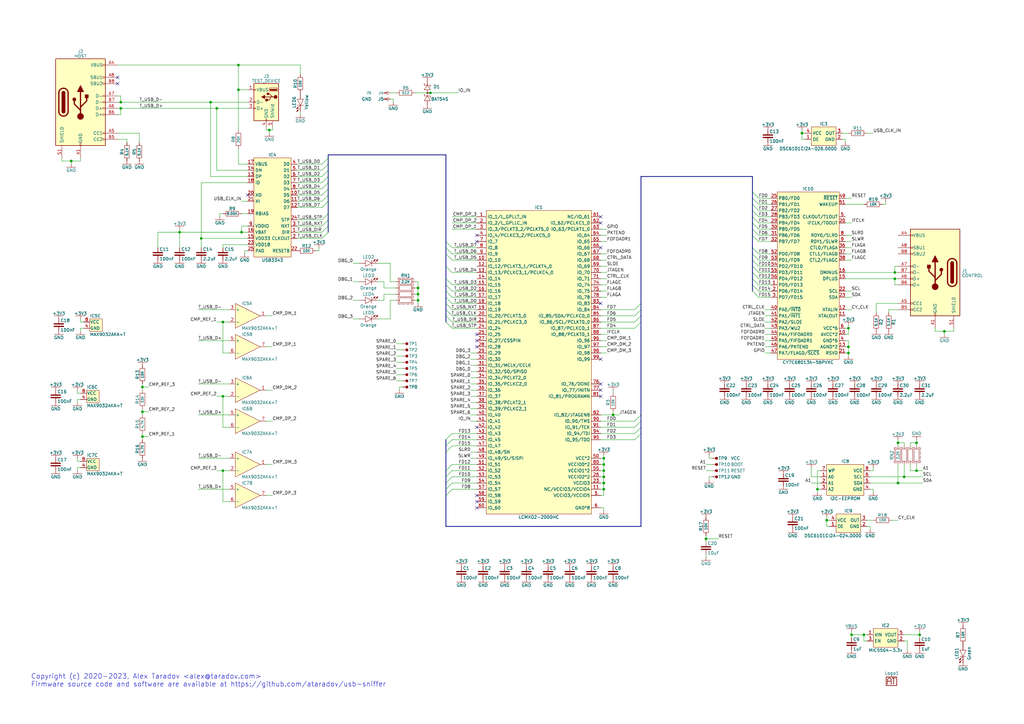
<source format=kicad_sch>
(kicad_sch (version 20230121) (generator eeschema)
  (paper "A3")
  (title_block (date "2023-05-06") (rev "6"))
  (lib_symbols
    (symbol "C_1" (pin_numbers hide) (pin_names hide)
      (property "Reference" "C?" (at 0.635 1.905 0))
      (property "Value" "C_1" (at 0.635 -2.032 0))
      (symbol "C_1_1_1"
        (pin passive line (at 0 -2.54 90) (length 1.905) (name "1") (number "1"))
        (pin passive line (at 0 2.54 270) (length 1.905) (name "2") (number "2"))
      )
    )
    (symbol "Connector:USB_A" (pin_names (offset 1.016))
      (property "Reference" "J6" (at 0 10.6299 0))
      (property "Value" "USB_A" (at 0 8.7089 0))
      (symbol "USB_A_1_1"
        (pin power_in line (at 7.62 5.08 180) (length 2.54) (name "VBUS") (number "1"))
        (pin bidirectional line (at 7.62 0 180) (length 2.54) (name "D-") (number "2"))
        (pin bidirectional line (at 7.62 -2.54 180) (length 2.54) (name "D+") (number "3"))
        (pin power_in line (at 0 -10.16 90) (length 2.54) (name "GND") (number "4"))
        (pin passive line (at -2.54 -10.16 90) (length 2.54) (name "Shield") (number "5"))
      )
    )
    (symbol "Connector:USB_C_Receptacle_USB2.0" (pin_names (offset 1.016))
      (property "Reference" "J1" (at 0 20.7899 0))
      (property "Value" "USB_C_Receptacle_USB2.0" (at 0 18.8689 0))
      (symbol "USB_C_Receptacle_USB2.0_1_1"
        (pin passive line (at 0 -22.86 90) (length 5.08) (name "GND") (number "A1"))
        (pin passive line (at 0 -22.86 90) (length 5.08) hide (name "GND") (number "A12"))
        (pin passive line (at 15.24 15.24 180) (length 5.08) (name "VBUS") (number "A4"))
        (pin bidirectional line (at 15.24 -12.7 180) (length 5.08) (name "CC1") (number "A5"))
        (pin bidirectional line (at 15.24 -2.54 180) (length 5.08) (name "D+") (number "A6"))
        (pin bidirectional line (at 15.24 2.54 180) (length 5.08) (name "D-") (number "A7"))
        (pin bidirectional line (at 15.24 10.16 180) (length 5.08) (name "SBU1") (number "A8"))
        (pin passive line (at 15.24 15.24 180) (length 5.08) hide (name "VBUS") (number "A9"))
        (pin passive line (at 0 -22.86 90) (length 5.08) hide (name "GND") (number "B1"))
        (pin passive line (at 0 -22.86 90) (length 5.08) hide (name "GND") (number "B12"))
        (pin passive line (at 15.24 15.24 180) (length 5.08) hide (name "VBUS") (number "B4"))
        (pin bidirectional line (at 15.24 -15.24 180) (length 5.08) (name "CC2") (number "B5"))
        (pin bidirectional line (at 15.24 -5.08 180) (length 5.08) (name "D+") (number "B6"))
        (pin bidirectional line (at 15.24 0 180) (length 5.08) (name "D-") (number "B7"))
        (pin bidirectional line (at 15.24 7.62 180) (length 5.08) (name "SBU2") (number "B8"))
        (pin passive line (at 15.24 15.24 180) (length 5.08) hide (name "VBUS") (number "B9"))
        (pin passive line (at -7.62 -22.86 90) (length 5.08) (name "SHIELD") (number "S1"))
      )
    )
    (symbol "ataradov_conn:Conn-Single" (pin_numbers hide) (pin_names hide)
      (property "Reference" "J?" (at 2.54 0 0))
      (property "Value" "Conn-Single" (at 7.62 0 0))
      (symbol "Conn-Single_1_1"
        (pin passive line (at 0 0 0) (length 2.54) (name "1") (number "1"))
      )
    )
    (symbol "ataradov_crystal:DSC61XX-MHz"
      (property "Reference" "IC?" (at 0 3.81 0))
      (property "Value" "DSC61XX-MHz" (at 0 -6.35 0))
      (symbol "DSC61XX-MHz_1_1"
        (pin passive line (at -7.62 -2.54 0) (length 2.54) (name "OE") (number "1"))
        (pin power_in line (at 7.62 -2.54 180) (length 2.54) (name "GND") (number "2"))
        (pin output line (at 7.62 0 180) (length 2.54) (name "OUT") (number "3"))
        (pin power_in line (at -7.62 0 0) (length 2.54) (name "VCC") (number "4"))
      )
    )
    (symbol "ataradov_ic:Comp-Dual" (pin_names (offset 0.127))
      (property "Reference" "IC?" (at -2.54 5.08 0))
      (property "Value" "Comp-Dual" (at -2.54 -5.08 0))
      (symbol "Comp-Dual_1_1"
        (pin output line (at 7.62 0 180) (length 2.54) (name "~") (number "1"))
        (pin input line (at -7.62 -2.54 0) (length 2.54) (name "-") (number "2"))
        (pin input line (at -7.62 2.54 0) (length 2.54) (name "+") (number "3"))
      )
      (symbol "Comp-Dual_2_1"
        (pin input line (at -7.62 2.54 0) (length 2.54) (name "+") (number "5"))
        (pin input line (at -7.62 -2.54 0) (length 2.54) (name "-") (number "6"))
        (pin output line (at 7.62 0 180) (length 2.54) (name "~") (number "7"))
      )
      (symbol "Comp-Dual_3_1"
        (pin power_in line (at -5.08 0 0) (length 2.54) (name "GND") (number "4"))
        (pin power_in line (at -5.08 2.54 0) (length 2.54) (name "VCC") (number "8"))
      )
    )
    (symbol "ataradov_ic:I2C-EEPROM"
      (property "Reference" "IC?" (at 0 6.35 0))
      (property "Value" "I2C-EEPROM" (at 0 -8.89 0))
      (symbol "I2C-EEPROM_1_0"
        (pin input line (at -10.16 0 0) (length 2.54) (name "A0") (number "1"))
        (pin input line (at -10.16 -2.54 0) (length 2.54) (name "A1") (number "2"))
        (pin input line (at -10.16 -5.08 0) (length 2.54) (name "A2") (number "3"))
        (pin power_in line (at 10.16 -5.08 180) (length 2.54) (name "GND") (number "4"))
        (pin open_collector line (at 10.16 -2.54 180) (length 2.54) (name "SDA") (number "5"))
        (pin open_collector line (at 10.16 0 180) (length 2.54) (name "SCL") (number "6"))
        (pin input line (at -10.16 2.54 0) (length 2.54) (name "WP") (number "7"))
        (pin power_in line (at 10.16 2.54 180) (length 2.54) (name "VCC") (number "8"))
      )
    )
    (symbol "ataradov_ic:USB3343"
      (property "Reference" "IC?" (at 0 19.05 0))
      (property "Value" "USB3343" (at 0 -24.13 0))
      (symbol "USB3343_1_0"
        (pin output line (at 10.16 -12.7 180) (length 2.54) (name "DIR") (number "1"))
        (pin bidirectional line (at 10.16 2.54 180) (length 2.54) (name "D5") (number "10"))
        (pin bidirectional line (at 10.16 0 180) (length 2.54) (name "D6") (number "11"))
        (pin bidirectional line (at 10.16 -2.54 180) (length 2.54) (name "D7") (number "12"))
        (pin bidirectional line (at -10.16 10.16 0) (length 2.54) (name "DP") (number "13"))
        (pin bidirectional line (at -10.16 12.7 0) (length 2.54) (name "DM") (number "14"))
        (pin power_out line (at -10.16 -15.24 0) (length 2.54) (name "VDD33") (number "15"))
        (pin power_in line (at -10.16 -12.7 0) (length 2.54) (name "VBAT") (number "16"))
        (pin input line (at -10.16 15.24 0) (length 2.54) (name "VBUS") (number "17"))
        (pin input line (at -10.16 7.62 0) (length 2.54) (name "ID") (number "18"))
        (pin passive line (at -10.16 -5.08 0) (length 2.54) (name "RBIAS") (number "19"))
        (pin output line (at 10.16 -15.24 180) (length 2.54) (name "CLKOUT") (number "2"))
        (pin output line (at -10.16 2.54 0) (length 2.54) (name "XO") (number "20"))
        (pin input line (at -10.16 0 0) (length 2.54) (name "XI") (number "21"))
        (pin input line (at 10.16 -20.32 180) (length 2.54) (name "RESETB") (number "22"))
        (pin power_out line (at -10.16 -17.78 0) (length 2.54) (name "VDD18") (number "23"))
        (pin input line (at 10.16 -7.62 180) (length 2.54) (name "STP") (number "24"))
        (pin passive line (at -10.16 -20.32 0) (length 2.54) (name "PAD") (number "25"))
        (pin output line (at 10.16 -10.16 180) (length 2.54) (name "NXT") (number "3"))
        (pin bidirectional line (at 10.16 15.24 180) (length 2.54) (name "D0") (number "4"))
        (pin bidirectional line (at 10.16 12.7 180) (length 2.54) (name "D1") (number "5"))
        (pin bidirectional line (at 10.16 10.16 180) (length 2.54) (name "D2") (number "6"))
        (pin bidirectional line (at 10.16 7.62 180) (length 2.54) (name "D3") (number "7"))
        (pin bidirectional line (at 10.16 5.08 180) (length 2.54) (name "D4") (number "8"))
        (pin power_in line (at -10.16 -10.16 0) (length 2.54) (name "VDDIO") (number "9"))
      )
    )
    (symbol "ataradov_led:LED" (pin_numbers hide) (pin_names (offset 1.016) hide)
      (property "Reference" "LED?" (at 0 2.54 0))
      (property "Value" "LED" (at 0 -2.54 0))
      (symbol "LED_1_1"
        (pin passive line (at -3.81 0 0) (length 2.54) (name "A") (number "1"))
        (pin passive line (at 3.81 0 180) (length 2.54) (name "K") (number "2"))
      )
    )
    (symbol "ataradov_mcu:CY7C68013A-56PVXC"
      (property "Reference" "IC10" (at 0 36.83 0))
      (property "Value" "CY7C68013A-56PVXC" (at 0 -34.29 0))
      (symbol "CY7C68013A-56PVXC_1_0"
        (pin bidirectional line (at 15.24 -2.54 180) (length 2.54) (name "PD5/FD13") (number "1"))
        (pin power_in line (at -15.24 -22.86 0) (length 2.54) (name "AVCC*2") (number "10"))
        (pin output line (at -15.24 -15.24 0) (length 2.54) (name "XTALOUT") (number "11"))
        (pin input line (at -15.24 -12.7 0) (length 2.54) (name "XTALIN") (number "12"))
        (pin power_in line (at -15.24 -27.94 0) (length 2.54) (name "AGND*2") (number "13"))
        (pin power_in line (at -15.24 -22.86 0) (length 2.54) hide (name "AVCC") (number "14"))
        (pin bidirectional line (at -15.24 0 0) (length 2.54) (name "DPLUS") (number "15"))
        (pin bidirectional line (at -15.24 2.54 0) (length 2.54) (name "DMINUS") (number "16"))
        (pin power_in line (at -15.24 -27.94 0) (length 2.54) hide (name "AGND") (number "17"))
        (pin power_in line (at -15.24 -20.32 0) (length 2.54) hide (name "VCC") (number "18"))
        (pin power_in line (at -15.24 -25.4 0) (length 2.54) hide (name "GND") (number "19"))
        (pin bidirectional line (at 15.24 -5.08 180) (length 2.54) (name "PD6/FD14") (number "2"))
        (pin bidirectional line (at -15.24 22.86 0) (length 2.54) (name "IFCLK/T0OUT") (number "20"))
        (pin passive line (at -15.24 -30.48 0) (length 2.54) (name "RSVD") (number "21"))
        (pin open_collector line (at -15.24 -5.08 0) (length 2.54) (name "SCL") (number "22"))
        (pin open_collector line (at -15.24 -7.62 0) (length 2.54) (name "SDA") (number "23"))
        (pin power_in line (at -15.24 -20.32 0) (length 2.54) hide (name "VCC") (number "24"))
        (pin bidirectional line (at 15.24 33.02 180) (length 2.54) (name "PB0/FD0") (number "25"))
        (pin bidirectional line (at 15.24 30.48 180) (length 2.54) (name "PB1/FD1") (number "26"))
        (pin bidirectional line (at 15.24 27.94 180) (length 2.54) (name "PB2/FD2") (number "27"))
        (pin bidirectional line (at 15.24 25.4 180) (length 2.54) (name "PB3/FD3") (number "28"))
        (pin bidirectional line (at 15.24 22.86 180) (length 2.54) (name "PB4/FD4") (number "29"))
        (pin bidirectional line (at 15.24 -7.62 180) (length 2.54) (name "PD7/FD15") (number "3"))
        (pin bidirectional line (at 15.24 20.32 180) (length 2.54) (name "PB5/FD5") (number "30"))
        (pin bidirectional line (at 15.24 17.78 180) (length 2.54) (name "PB6/FD6") (number "31"))
        (pin bidirectional line (at 15.24 15.24 180) (length 2.54) (name "PB7/FD7") (number "32"))
        (pin power_in line (at -15.24 -25.4 0) (length 2.54) hide (name "GND") (number "33"))
        (pin power_in line (at -15.24 -20.32 0) (length 2.54) hide (name "VCC") (number "34"))
        (pin power_in line (at -15.24 -25.4 0) (length 2.54) hide (name "GND") (number "35"))
        (pin output line (at -15.24 12.7 0) (length 2.54) (name "CTL0/FLAGA") (number "36"))
        (pin output line (at -15.24 10.16 0) (length 2.54) (name "CTL1/FLAGB") (number "37"))
        (pin output line (at -15.24 7.62 0) (length 2.54) (name "CTL2/FLAGC") (number "38"))
        (pin power_in line (at -15.24 -20.32 0) (length 2.54) hide (name "VCC") (number "39"))
        (pin power_in line (at -15.24 -25.4 0) (length 2.54) (name "GND*6") (number "4"))
        (pin bidirectional line (at 15.24 -12.7 180) (length 2.54) (name "PA0/~{INT0}") (number "40"))
        (pin bidirectional line (at 15.24 -15.24 180) (length 2.54) (name "PA1/~{INT1}") (number "41"))
        (pin bidirectional line (at 15.24 -17.78 180) (length 2.54) (name "PA2/SLOE") (number "42"))
        (pin bidirectional line (at 15.24 -20.32 180) (length 2.54) (name "PA3/WU2") (number "43"))
        (pin bidirectional line (at 15.24 -22.86 180) (length 2.54) (name "PA4/FIFOADR0") (number "44"))
        (pin bidirectional line (at 15.24 -25.4 180) (length 2.54) (name "PA5/FIFOADR1") (number "45"))
        (pin bidirectional line (at 15.24 -27.94 180) (length 2.54) (name "PA6/PKTEND") (number "46"))
        (pin bidirectional line (at 15.24 -30.48 180) (length 2.54) (name "PA7/FLAGD/~{SLCS}") (number "47"))
        (pin power_in line (at -15.24 -25.4 0) (length 2.54) hide (name "GND") (number "48"))
        (pin input line (at -15.24 33.02 0) (length 2.54) (name "~{RESET}") (number "49"))
        (pin output line (at -15.24 25.4 0) (length 2.54) (name "CLKOUT/T1OUT") (number "5"))
        (pin power_in line (at -15.24 -20.32 0) (length 2.54) hide (name "VCC") (number "50"))
        (pin input line (at -15.24 30.48 0) (length 2.54) (name "WAKEUP") (number "51"))
        (pin bidirectional line (at 15.24 10.16 180) (length 2.54) (name "PD0/FD8") (number "52"))
        (pin bidirectional line (at 15.24 7.62 180) (length 2.54) (name "PD1/FD9") (number "53"))
        (pin bidirectional line (at 15.24 5.08 180) (length 2.54) (name "PD2/FD10") (number "54"))
        (pin bidirectional line (at 15.24 2.54 180) (length 2.54) (name "PD3/FD11") (number "55"))
        (pin bidirectional line (at 15.24 0 180) (length 2.54) (name "PD4/FD12") (number "56"))
        (pin power_in line (at -15.24 -20.32 0) (length 2.54) (name "VCC*6") (number "6"))
        (pin power_in line (at -15.24 -25.4 0) (length 2.54) hide (name "GND") (number "7"))
        (pin input line (at -15.24 17.78 0) (length 2.54) (name "RDY0/SLRD") (number "8"))
        (pin input line (at -15.24 15.24 0) (length 2.54) (name "RDY1/SLWR") (number "9"))
      )
    )
    (symbol "ataradov_misc:Logo" (pin_numbers hide) (pin_names (offset 0) hide)
      (property "Reference" "Logo?" (at 0 3.302 0))
    )
    (symbol "ataradov_misc:TestPoint" (pin_numbers hide) (pin_names hide)
      (property "Reference" "TP?" (at 2.54 0 0))
      (property "Value" "TestPoint" (at 7.62 0 0))
      (symbol "TestPoint_1_1"
        (pin passive line (at 0 0 0) (length 1.78) (name "1") (number "1"))
      )
    )
    (symbol "ataradov_pld:LCMXO2-100"
      (property "Reference" "IC?" (at 0 62.23 0))
      (property "Value" "LCMXO2-100" (at 0 -64.77 0))
      (symbol "LCMXO2-100_1_0"
        (pin bidirectional line (at -25.4 58.42 0) (length 3.81) (name "IO_1/L_GPLLT_IN") (number "1"))
        (pin bidirectional line (at -25.4 40.64 0) (length 3.81) (name "IO_10") (number "10"))
        (pin power_in line (at 25.4 -40.64 180) (length 3.81) hide (name "VCC") (number "100"))
        (pin power_in line (at 25.4 -53.34 180) (length 3.81) (name "NC/VCCIO3/VCCIO4") (number "11"))
        (pin bidirectional line (at -25.4 38.1 0) (length 3.81) (name "IO_12/PCLKT3_1/PCLKT4_0") (number "12"))
        (pin bidirectional line (at -25.4 35.56 0) (length 3.81) (name "IO_13/PCLKC3_1/PCLKC4_0") (number "13"))
        (pin bidirectional line (at -25.4 33.02 0) (length 3.81) (name "IO_14") (number "14"))
        (pin bidirectional line (at -25.4 30.48 0) (length 3.81) (name "IO_15") (number "15"))
        (pin bidirectional line (at -25.4 27.94 0) (length 3.81) (name "IO_16") (number "16"))
        (pin bidirectional line (at -25.4 25.4 0) (length 3.81) (name "IO_17") (number "17"))
        (pin bidirectional line (at -25.4 22.86 0) (length 3.81) (name "IO_18") (number "18"))
        (pin bidirectional line (at -25.4 20.32 0) (length 3.81) (name "IO_19") (number "19"))
        (pin bidirectional line (at -25.4 55.88 0) (length 3.81) (name "IO_2/L_GPLLC_IN") (number "2"))
        (pin bidirectional line (at -25.4 17.78 0) (length 3.81) (name "IO_20/PCLKT3_0") (number "20"))
        (pin bidirectional line (at -25.4 15.24 0) (length 3.81) (name "IO_21/PCLKC3_0") (number "21"))
        (pin power_in line (at 25.4 -60.96 180) (length 3.81) hide (name "GND") (number "22"))
        (pin power_in line (at 25.4 -50.8 180) (length 3.81) (name "VCCIO3") (number "23"))
        (pin bidirectional line (at -25.4 12.7 0) (length 3.81) (name "IO_24") (number "24"))
        (pin bidirectional line (at -25.4 10.16 0) (length 3.81) (name "IO_25") (number "25"))
        (pin power_in line (at 25.4 -48.26 180) (length 3.81) (name "VCCIO2*2") (number "26"))
        (pin bidirectional line (at -25.4 7.62 0) (length 3.81) (name "IO_27/CSSPIN") (number "27"))
        (pin bidirectional line (at -25.4 5.08 0) (length 3.81) (name "IO_28") (number "28"))
        (pin bidirectional line (at -25.4 2.54 0) (length 3.81) (name "IO_29") (number "29"))
        (pin bidirectional line (at -25.4 53.34 0) (length 3.81) (name "IO_3/PCLKT3_2/PCLKT5_0") (number "3"))
        (pin bidirectional line (at -25.4 0 0) (length 3.81) (name "IO_30") (number "30"))
        (pin bidirectional line (at -25.4 -2.54 0) (length 3.81) (name "IO_31/MCLK/CCLK") (number "31"))
        (pin bidirectional line (at -25.4 -5.08 0) (length 3.81) (name "IO_32/SO/SPISO") (number "32"))
        (pin power_in line (at 25.4 -60.96 180) (length 3.81) hide (name "GND") (number "33"))
        (pin bidirectional line (at -25.4 -7.62 0) (length 3.81) (name "IO_34/PCLKT2_0") (number "34"))
        (pin bidirectional line (at -25.4 -10.16 0) (length 3.81) (name "IO_35/PCLKC2_0") (number "35"))
        (pin bidirectional line (at -25.4 -12.7 0) (length 3.81) (name "IO_36") (number "36"))
        (pin bidirectional line (at -25.4 -15.24 0) (length 3.81) (name "IO_37") (number "37"))
        (pin bidirectional line (at -25.4 -17.78 0) (length 3.81) (name "IO_38/PCLKT2_1") (number "38"))
        (pin bidirectional line (at -25.4 -20.32 0) (length 3.81) (name "IO_39/PCLKC2_1") (number "39"))
        (pin bidirectional line (at -25.4 50.8 0) (length 3.81) (name "IO_4/PCLKC3_2/PCLKC5_0") (number "4"))
        (pin bidirectional line (at -25.4 -22.86 0) (length 3.81) (name "IO_40") (number "40"))
        (pin bidirectional line (at -25.4 -25.4 0) (length 3.81) (name "IO_41") (number "41"))
        (pin bidirectional line (at -25.4 -27.94 0) (length 3.81) (name "IO_42") (number "42"))
        (pin bidirectional line (at -25.4 -30.48 0) (length 3.81) (name "IO_43") (number "43"))
        (pin power_in line (at 25.4 -60.96 180) (length 3.81) hide (name "GND") (number "44"))
        (pin bidirectional line (at -25.4 -33.02 0) (length 3.81) (name "IO_45") (number "45"))
        (pin power_in line (at 25.4 -48.26 180) (length 3.81) hide (name "VCCIO2") (number "46"))
        (pin bidirectional line (at -25.4 -35.56 0) (length 3.81) (name "IO_47") (number "47"))
        (pin bidirectional line (at -25.4 -38.1 0) (length 3.81) (name "IO_48/SN") (number "48"))
        (pin bidirectional line (at -25.4 -40.64 0) (length 3.81) (name "IO_49/SI/SISPI") (number "49"))
        (pin power_in line (at 25.4 -55.88 180) (length 3.81) (name "VCCIO3/VCCIO5") (number "5"))
        (pin power_in line (at 25.4 -40.64 180) (length 3.81) (name "VCC*2") (number "50"))
        (pin bidirectional line (at -25.4 -43.18 0) (length 3.81) (name "IO_51") (number "51"))
        (pin bidirectional line (at -25.4 -45.72 0) (length 3.81) (name "IO_52") (number "52"))
        (pin bidirectional line (at -25.4 -48.26 0) (length 3.81) (name "IO_53") (number "53"))
        (pin bidirectional line (at -25.4 -50.8 0) (length 3.81) (name "IO_54") (number "54"))
        (pin power_in line (at 25.4 -45.72 180) (length 3.81) (name "VCCIO1*2") (number "55"))
        (pin power_in line (at 25.4 -60.96 180) (length 3.81) hide (name "GND") (number "56"))
        (pin bidirectional line (at -25.4 -53.34 0) (length 3.81) (name "IO_57") (number "57"))
        (pin bidirectional line (at -25.4 -55.88 0) (length 3.81) (name "IO_58") (number "58"))
        (pin bidirectional line (at -25.4 -58.42 0) (length 3.81) (name "IO_59") (number "59"))
        (pin power_in line (at 25.4 -60.96 180) (length 3.81) (name "GND*8") (number "6"))
        (pin bidirectional line (at -25.4 -60.96 0) (length 3.81) (name "IO_60") (number "60"))
        (pin bidirectional line (at 25.4 58.42 180) (length 3.81) (name "NC/IO_61") (number "61"))
        (pin bidirectional line (at 25.4 55.88 180) (length 3.81) (name "IO_62/PCLKC1_0") (number "62"))
        (pin bidirectional line (at 25.4 53.34 180) (length 3.81) (name "IO_63/PCLKT1_0") (number "63"))
        (pin bidirectional line (at 25.4 50.8 180) (length 3.81) (name "IO_64") (number "64"))
        (pin bidirectional line (at 25.4 48.26 180) (length 3.81) (name "IO_65") (number "65"))
        (pin bidirectional line (at 25.4 45.72 180) (length 3.81) (name "IO_66") (number "66"))
        (pin bidirectional line (at 25.4 43.18 180) (length 3.81) (name "IO_67") (number "67"))
        (pin bidirectional line (at 25.4 40.64 180) (length 3.81) (name "IO_68") (number "68"))
        (pin bidirectional line (at 25.4 38.1 180) (length 3.81) (name "IO_69") (number "69"))
        (pin bidirectional line (at -25.4 48.26 0) (length 3.81) (name "IO_7") (number "7"))
        (pin bidirectional line (at 25.4 35.56 180) (length 3.81) (name "IO_70") (number "70"))
        (pin bidirectional line (at 25.4 33.02 180) (length 3.81) (name "IO_71") (number "71"))
        (pin power_in line (at 25.4 -60.96 180) (length 3.81) hide (name "GND") (number "72"))
        (pin power_in line (at 25.4 -45.72 180) (length 3.81) hide (name "VCCIO1") (number "73"))
        (pin bidirectional line (at 25.4 30.48 180) (length 3.81) (name "IO_74") (number "74"))
        (pin bidirectional line (at 25.4 27.94 180) (length 3.81) (name "IO_75") (number "75"))
        (pin bidirectional line (at 25.4 -10.16 180) (length 3.81) (name "IO_76/DONE") (number "76"))
        (pin bidirectional line (at 25.4 -12.7 180) (length 3.81) (name "IO_77/INITN") (number "77"))
        (pin bidirectional line (at 25.4 25.4 180) (length 3.81) (name "IO_78") (number "78"))
        (pin power_in line (at 25.4 -60.96 180) (length 3.81) hide (name "GND") (number "79"))
        (pin bidirectional line (at -25.4 45.72 0) (length 3.81) (name "IO_8") (number "8"))
        (pin power_in line (at 25.4 -43.18 180) (length 3.81) (name "VCCIO0*2") (number "80"))
        (pin bidirectional line (at 25.4 -15.24 180) (length 3.81) (name "IO_81/PROGRAMN") (number "81"))
        (pin bidirectional line (at 25.4 -22.86 180) (length 3.81) (name "IO_82/JTAGENB") (number "82"))
        (pin bidirectional line (at 25.4 22.86 180) (length 3.81) (name "IO_83") (number "83"))
        (pin bidirectional line (at 25.4 20.32 180) (length 3.81) (name "IO_84") (number "84"))
        (pin bidirectional line (at 25.4 17.78 180) (length 3.81) (name "IO_85/SDA/PCLKC0_0") (number "85"))
        (pin bidirectional line (at 25.4 15.24 180) (length 3.81) (name "IO_86/SCL/PCLKT0_0") (number "86"))
        (pin bidirectional line (at 25.4 12.7 180) (length 3.81) (name "IO_87/PCLKC0_1") (number "87"))
        (pin bidirectional line (at 25.4 10.16 180) (length 3.81) (name "IO_88/PCLKT0_1") (number "88"))
        (pin no_connect line (at 25.4 -5.08 180) (length 3.81) hide (name "NC") (number "89"))
        (pin bidirectional line (at -25.4 43.18 0) (length 3.81) (name "IO_9") (number "9"))
        (pin bidirectional line (at 25.4 -25.4 180) (length 3.81) (name "IO_90/TMS") (number "90"))
        (pin bidirectional line (at 25.4 -27.94 180) (length 3.81) (name "IO_91/TCK") (number "91"))
        (pin power_in line (at 25.4 -60.96 180) (length 3.81) hide (name "GND") (number "92"))
        (pin power_in line (at 25.4 -43.18 180) (length 3.81) hide (name "VCCIO0") (number "93"))
        (pin bidirectional line (at 25.4 -30.48 180) (length 3.81) (name "IO_94/TDI") (number "94"))
        (pin bidirectional line (at 25.4 -33.02 180) (length 3.81) (name "IO_95/TDO") (number "95"))
        (pin bidirectional line (at 25.4 7.62 180) (length 3.81) (name "IO_96") (number "96"))
        (pin bidirectional line (at 25.4 5.08 180) (length 3.81) (name "IO_97") (number "97"))
        (pin bidirectional line (at 25.4 2.54 180) (length 3.81) (name "IO_98") (number "98"))
        (pin bidirectional line (at 25.4 0 180) (length 3.81) (name "IO_99") (number "99"))
      )
    )
    (symbol "ataradov_pwr:+3V3" (power) (pin_names (offset 0))
      (property "Value" "+3V3" (at 0 2.286 0))
      (symbol "+3V3_1_1"
        (pin power_in line (at 0 0 90) (length 0) hide (name "+3V3") (number "1"))
      )
    )
    (symbol "ataradov_pwr:GND" (power) (pin_names (offset 0))
      (property "Value" "GND" (at 0 -2.54 0))
      (symbol "GND_1_1"
        (pin power_in line (at 0 0 270) (length 0) hide (name "GND") (number "1"))
      )
    )
    (symbol "ataradov_pwr:VBUS" (power) (pin_names (offset 0))
      (property "Value" "VBUS" (at 0 2.286 0))
      (symbol "VBUS_1_1"
        (pin power_in line (at 0 0 90) (length 0) hide (name "VBUS") (number "1"))
      )
    )
    (symbol "ataradov_rlc:C" (pin_numbers hide) (pin_names hide)
      (property "Reference" "C?" (at 0.635 1.905 0))
      (property "Value" "C" (at 0.635 -2.032 0))
      (symbol "C_1_1"
        (pin passive line (at 0 -2.54 90) (length 1.905) (name "1") (number "1"))
        (pin passive line (at 0 2.54 270) (length 1.905) (name "2") (number "2"))
      )
    )
    (symbol "ataradov_rlc:R" (pin_numbers hide) (pin_names hide)
      (property "Reference" "R?" (at 0 2.032 0))
      (property "Value" "R" (at 0 0 0))
      (symbol "R_1_1"
        (pin passive line (at -3.81 0 0) (length 1.27) (name "1") (number "1"))
        (pin passive line (at 3.81 0 180) (length 1.27) (name "2") (number "2"))
      )
    )
    (symbol "ataradov_rlc:RN-4" (pin_numbers hide) (pin_names hide)
      (property "Reference" "RN?" (at 0 5.08 0))
      (property "Value" "RN-4" (at 0 2.54 0))
      (symbol "RN-4_1_1"
        (pin passive line (at -3.81 2.54 0) (length 1.27) (name "1") (number "1"))
        (pin passive line (at -3.81 0 0) (length 1.27) (name "2") (number "2"))
        (pin passive line (at -3.81 -2.54 0) (length 1.27) (name "3") (number "3"))
        (pin passive line (at -3.81 -5.08 0) (length 1.27) (name "4") (number "4"))
        (pin passive line (at 3.81 -5.08 180) (length 1.27) (name "5") (number "5"))
        (pin passive line (at 3.81 -2.54 180) (length 1.27) (name "6") (number "6"))
        (pin passive line (at 3.81 0 180) (length 1.27) (name "7") (number "7"))
        (pin passive line (at 3.81 2.54 180) (length 1.27) (name "8") (number "8"))
      )
    )
    (symbol "ataradov_semi:BAT54S" (pin_numbers hide) (pin_names (offset 1.016))
      (property "Reference" "D?" (at 0 4.445 0))
      (property "Value" "BAT54S" (at 0 2.54 0))
      (symbol "BAT54S_1_1"
        (pin passive line (at -5.08 0 0) (length 1.905) (name "~") (number "1"))
        (pin passive line (at 5.08 0 180) (length 1.905) (name "~") (number "2"))
        (pin passive line (at 0 -1.27 90) (length 1.27) (name "~") (number "3"))
      )
    )
    (symbol "ataradov_vreg:MIC5504"
      (property "Reference" "IC?" (at 0 3.81 0))
      (property "Value" "MIC5504" (at 0 -6.35 0))
      (symbol "MIC5504_1_1"
        (pin power_in line (at -7.62 0 0) (length 2.54) (name "VIN") (number "1"))
        (pin power_in line (at 7.62 -2.54 180) (length 2.54) (name "GND") (number "2"))
        (pin input line (at -7.62 -2.54 0) (length 2.54) (name "EN") (number "3"))
        (pin no_connect line (at 11.43 -6.35 180) (length 2.54) hide (name "NC") (number "4"))
        (pin power_out line (at 7.62 0 180) (length 2.54) (name "VOUT") (number "5"))
      )
    )
  )
  (junction (at 176.53 38.1))
  (junction (at 99.06 95.25))
  (junction (at 251.46 170.18))
  (junction (at 247.65 193.04))
  (junction (at 88.9 44.45))
  (junction (at 91.44 132.08))
  (junction (at 375.92 193.04))
  (junction (at 58.42 179.07))
  (junction (at 247.65 190.5))
  (junction (at 91.44 162.56))
  (junction (at 247.65 187.96))
  (junction (at 171.45 123.19))
  (junction (at 328.93 54.61))
  (junction (at 97.79 36.83))
  (junction (at 171.45 120.65))
  (junction (at 86.36 41.91))
  (junction (at 82.55 97.79))
  (junction (at 375.92 181.61))
  (junction (at 110.49 53.34))
  (junction (at 368.3 198.12))
  (junction (at 73.66 95.25))
  (junction (at 347.98 144.78))
  (junction (at 247.65 195.58))
  (junction (at 91.44 193.04))
  (junction (at 97.79 26.67))
  (junction (at 29.21 66.04))
  (junction (at 49.53 44.45))
  (junction (at 49.53 41.91))
  (junction (at 171.45 118.11))
  (junction (at 370.84 195.58))
  (junction (at 377.19 260.35))
  (junction (at 354.33 260.35))
  (junction (at 349.25 260.35))
  (junction (at 339.09 213.36))
  (junction (at 367.03 114.3))
  (junction (at 387.35 135.89))
  (junction (at 347.98 134.62))
  (junction (at 347.98 142.24))
  (junction (at 289.56 220.98))
  (junction (at 58.42 158.75))
  (junction (at 58.42 168.91))
  (junction (at 247.65 200.66))
  (junction (at 368.3 181.61))
  (junction (at 335.28 200.66))
  (junction (at 367.03 111.76))
  (junction (at 247.65 198.12))
  (no_connect (at 195.58 139.7))
  (no_connect (at 246.38 157.48))
  (no_connect (at 246.38 124.46))
  (no_connect (at 195.58 142.24))
  (no_connect (at 48.26 31.75))
  (no_connect (at 246.38 101.6))
  (no_connect (at 246.38 162.56))
  (no_connect (at 195.58 203.2))
  (no_connect (at 246.38 160.02))
  (no_connect (at 195.58 96.52))
  (no_connect (at 195.58 175.26))
  (no_connect (at 195.58 208.28))
  (no_connect (at 246.38 88.9))
  (no_connect (at 195.58 137.16))
  (no_connect (at 195.58 205.74))
  (no_connect (at 48.26 34.29))
  (no_connect (at 195.58 99.06))
  (no_connect (at 246.38 147.32))
  (no_connect (at 101.6 80.01))
  (no_connect (at 246.38 91.44))
  (bus_entry (at 182.88 109.22) (size 2.54 2.54))
  (bus_entry (at 260.35 129.54) (size 2.54 -2.54))
  (bus_entry (at 308.61 101.6) (size 2.54 2.54))
  (bus_entry (at 260.35 177.8) (size 2.54 -2.54))
  (bus_entry (at 182.88 193.04) (size 2.54 -2.54))
  (bus_entry (at 182.88 121.92) (size 2.54 2.54))
  (bus_entry (at 260.35 180.34) (size 2.54 -2.54))
  (bus_entry (at 308.61 116.84) (size 2.54 2.54))
  (bus_entry (at 182.88 127) (size 2.54 2.54))
  (bus_entry (at 182.88 114.3) (size 2.54 2.54))
  (bus_entry (at 182.88 185.42) (size 2.54 -2.54))
  (bus_entry (at 260.35 127) (size 2.54 -2.54))
  (bus_entry (at 132.08 74.93) (size 2.54 -2.54))
  (bus_entry (at 182.88 99.06) (size 2.54 2.54))
  (bus_entry (at 308.61 114.3) (size 2.54 2.54))
  (bus_entry (at 182.88 195.58) (size 2.54 -2.54))
  (bus_entry (at 182.88 200.66) (size 2.54 -2.54))
  (bus_entry (at 308.61 119.38) (size 2.54 2.54))
  (bus_entry (at 308.61 81.28) (size 2.54 2.54))
  (bus_entry (at 308.61 111.76) (size 2.54 2.54))
  (bus_entry (at 182.88 116.84) (size 2.54 2.54))
  (bus_entry (at 308.61 83.82) (size 2.54 2.54))
  (bus_entry (at 182.88 104.14) (size 2.54 2.54))
  (bus_entry (at 308.61 93.98) (size 2.54 2.54))
  (bus_entry (at 132.08 67.31) (size 2.54 -2.54))
  (bus_entry (at 132.08 95.25) (size 2.54 -2.54))
  (bus_entry (at 132.08 82.55) (size 2.54 -2.54))
  (bus_entry (at 308.61 109.22) (size 2.54 2.54))
  (bus_entry (at 132.08 69.85) (size 2.54 -2.54))
  (bus_entry (at 308.61 78.74) (size 2.54 2.54))
  (bus_entry (at 260.35 134.62) (size 2.54 -2.54))
  (bus_entry (at 132.08 97.79) (size 2.54 -2.54))
  (bus_entry (at 182.88 180.34) (size 2.54 -2.54))
  (bus_entry (at 308.61 96.52) (size 2.54 2.54))
  (bus_entry (at 132.08 72.39) (size 2.54 -2.54))
  (bus_entry (at 182.88 203.2) (size 2.54 -2.54))
  (bus_entry (at 182.88 119.38) (size 2.54 2.54))
  (bus_entry (at 182.88 132.08) (size 2.54 2.54))
  (bus_entry (at 132.08 92.71) (size 2.54 -2.54))
  (bus_entry (at 132.08 77.47) (size 2.54 -2.54))
  (bus_entry (at 308.61 104.14) (size 2.54 2.54))
  (bus_entry (at 132.08 90.17) (size 2.54 -2.54))
  (bus_entry (at 182.88 129.54) (size 2.54 2.54))
  (bus_entry (at 132.08 85.09) (size 2.54 -2.54))
  (bus_entry (at 182.88 101.6) (size 2.54 2.54))
  (bus_entry (at 260.35 132.08) (size 2.54 -2.54))
  (bus_entry (at 308.61 86.36) (size 2.54 2.54))
  (bus_entry (at 182.88 182.88) (size 2.54 -2.54))
  (bus_entry (at 132.08 80.01) (size 2.54 -2.54))
  (bus_entry (at 260.35 175.26) (size 2.54 -2.54))
  (bus_entry (at 182.88 124.46) (size 2.54 2.54))
  (bus_entry (at 260.35 172.72) (size 2.54 -2.54))
  (bus_entry (at 182.88 198.12) (size 2.54 -2.54))
  (bus_entry (at 308.61 106.68) (size 2.54 2.54))
  (bus_entry (at 308.61 88.9) (size 2.54 2.54))
  (bus_entry (at 308.61 91.44) (size 2.54 2.54))
  (wire (pts (xy 246.38 144.78) (xy 248.92 144.78)))
  (wire (pts (xy 185.42 124.46) (xy 195.58 124.46)))
  (wire (pts (xy 349.25 261.62) (xy 349.25 260.35)))
  (wire (pts (xy 185.42 104.14) (xy 195.58 104.14)))
  (wire (pts (xy 185.42 190.5) (xy 195.58 190.5)))
  (wire (pts (xy 349.25 99.06) (xy 346.71 99.06)))
  (wire (pts (xy 347.98 142.24) (xy 347.98 144.78)))
  (wire (pts (xy 246.38 142.24) (xy 248.92 142.24)))
  (wire (pts (xy 246.38 99.06) (xy 248.92 99.06)))
  (wire (pts (xy 246.38 116.84) (xy 248.92 116.84)))
  (wire (pts (xy 247.65 187.96) (xy 247.65 190.5)))
  (wire (pts (xy 185.42 129.54) (xy 195.58 129.54)))
  (wire (pts (xy 316.23 134.62) (xy 313.69 134.62)))
  (wire (pts (xy 356.87 193.04) (xy 358.14 193.04)))
  (wire (pts (xy 349.25 104.14) (xy 346.71 104.14)))
  (wire (pts (xy 336.55 193.04) (xy 335.28 193.04)))
  (wire (pts (xy 368.3 180.34) (xy 368.3 181.61)))
  (wire (pts (xy 290.83 186.69) (xy 290.83 187.96)))
  (wire (pts (xy 246.38 195.58) (xy 247.65 195.58)))
  (wire (pts (xy 170.18 115.57) (xy 171.45 115.57)))
  (wire (pts (xy 370.84 190.5) (xy 370.84 195.58)))
  (wire (pts (xy 160.02 130.81) (xy 160.02 123.19)))
  (wire (pts (xy 316.23 91.44) (xy 311.15 91.44)))
  (wire (pts (xy 356.87 215.9) (xy 356.87 217.17)))
  (wire (pts (xy 82.55 97.79) (xy 82.55 101.6)))
  (wire (pts (xy 33.02 189.23) (xy 31.75 189.23)))
  (wire (pts (xy 290.83 196.85) (xy 290.83 195.58)))
  (wire (pts (xy 25.4 66.04) (xy 25.4 64.77)))
  (wire (pts (xy 33.02 163.83) (xy 31.75 163.83)))
  (wire (pts (xy 345.44 57.15) (xy 346.71 57.15)))
  (wire (pts (xy 289.56 227.33) (xy 289.56 228.6)))
  (wire (pts (xy 58.42 180.34) (xy 58.42 179.07)))
  (wire (pts (xy 246.38 137.16) (xy 248.92 137.16)))
  (bus (pts (xy 262.89 124.46) (xy 262.89 72.39)))
  (wire (pts (xy 109.22 53.34) (xy 110.49 53.34)))
  (bus (pts (xy 134.62 92.71) (xy 134.62 95.25)))
  (wire (pts (xy 193.04 165.1) (xy 195.58 165.1)))
  (wire (pts (xy 246.38 111.76) (xy 248.92 111.76)))
  (wire (pts (xy 91.44 205.74) (xy 93.98 205.74)))
  (wire (pts (xy 316.23 116.84) (xy 311.15 116.84)))
  (wire (pts (xy 88.9 193.04) (xy 91.44 193.04)))
  (wire (pts (xy 110.49 53.34) (xy 111.76 53.34)))
  (wire (pts (xy 86.36 41.91) (xy 101.6 41.91)))
  (wire (pts (xy 345.44 54.61) (xy 347.98 54.61)))
  (wire (pts (xy 109.22 142.24) (xy 111.76 142.24)))
  (wire (pts (xy 81.28 139.7) (xy 93.98 139.7)))
  (wire (pts (xy 332.74 198.12) (xy 336.55 198.12)))
  (wire (pts (xy 349.25 119.38) (xy 346.71 119.38)))
  (wire (pts (xy 316.23 93.98) (xy 311.15 93.98)))
  (wire (pts (xy 52.07 57.15) (xy 52.07 58.42)))
  (wire (pts (xy 162.56 156.21) (xy 165.1 156.21)))
  (wire (pts (xy 100.33 104.14) (xy 100.33 102.87)))
  (wire (pts (xy 368.3 116.84) (xy 367.03 116.84)))
  (wire (pts (xy 358.14 201.93) (xy 358.14 200.66)))
  (wire (pts (xy 193.04 167.64) (xy 195.58 167.64)))
  (wire (pts (xy 316.23 109.22) (xy 311.15 109.22)))
  (wire (pts (xy 162.56 140.97) (xy 165.1 140.97)))
  (wire (pts (xy 346.71 139.7) (xy 347.98 139.7)))
  (wire (pts (xy 157.48 118.11) (xy 162.56 118.11)))
  (wire (pts (xy 372.11 266.7) (xy 372.11 262.89)))
  (wire (pts (xy 246.38 190.5) (xy 247.65 190.5)))
  (wire (pts (xy 316.23 81.28) (xy 311.15 81.28)))
  (bus (pts (xy 182.88 119.38) (xy 182.88 121.92)))
  (wire (pts (xy 387.35 135.89) (xy 387.35 137.16)))
  (wire (pts (xy 193.04 185.42) (xy 195.58 185.42)))
  (wire (pts (xy 160.02 40.64) (xy 161.29 40.64)))
  (wire (pts (xy 247.65 195.58) (xy 247.65 198.12)))
  (wire (pts (xy 185.42 106.68) (xy 195.58 106.68)))
  (bus (pts (xy 134.62 72.39) (xy 134.62 74.93)))
  (wire (pts (xy 31.75 160.02) (xy 31.75 161.29)))
  (bus (pts (xy 308.61 109.22) (xy 308.61 111.76)))
  (wire (pts (xy 375.92 181.61) (xy 375.92 182.88)))
  (wire (pts (xy 157.48 115.57) (xy 157.48 118.11)))
  (wire (pts (xy 157.48 120.65) (xy 162.56 120.65)))
  (wire (pts (xy 316.23 144.78) (xy 313.69 144.78)))
  (wire (pts (xy 109.22 52.07) (xy 109.22 53.34)))
  (wire (pts (xy 48.26 57.15) (xy 52.07 57.15)))
  (wire (pts (xy 49.53 46.99) (xy 49.53 44.45)))
  (wire (pts (xy 349.25 260.35) (xy 354.33 260.35)))
  (wire (pts (xy 246.38 93.98) (xy 248.92 93.98)))
  (bus (pts (xy 134.62 63.5) (xy 182.88 63.5)))
  (wire (pts (xy 64.77 95.25) (xy 73.66 95.25)))
  (bus (pts (xy 262.89 175.26) (xy 262.89 172.72)))
  (wire (pts (xy 246.38 175.26) (xy 260.35 175.26)))
  (bus (pts (xy 182.88 116.84) (xy 182.88 119.38)))
  (wire (pts (xy 185.42 193.04) (xy 195.58 193.04)))
  (wire (pts (xy 246.38 177.8) (xy 260.35 177.8)))
  (wire (pts (xy 246.38 109.22) (xy 248.92 109.22)))
  (wire (pts (xy 193.04 170.18) (xy 195.58 170.18)))
  (wire (pts (xy 109.22 203.2) (xy 111.76 203.2)))
  (bus (pts (xy 262.89 129.54) (xy 262.89 127)))
  (wire (pts (xy 316.23 99.06) (xy 311.15 99.06)))
  (wire (pts (xy 33.02 134.62) (xy 33.02 135.89)))
  (bus (pts (xy 262.89 170.18) (xy 262.89 132.08)))
  (wire (pts (xy 347.98 134.62) (xy 347.98 137.16)))
  (wire (pts (xy 81.28 187.96) (xy 93.98 187.96)))
  (wire (pts (xy 246.38 198.12) (xy 247.65 198.12)))
  (bus (pts (xy 308.61 88.9) (xy 308.61 91.44)))
  (wire (pts (xy 364.49 127) (xy 364.49 128.27)))
  (wire (pts (xy 246.38 170.18) (xy 251.46 170.18)))
  (wire (pts (xy 354.33 260.35) (xy 354.33 262.89)))
  (wire (pts (xy 86.36 41.91) (xy 86.36 72.39)))
  (wire (pts (xy 347.98 137.16) (xy 346.71 137.16)))
  (wire (pts (xy 367.03 111.76) (xy 346.71 111.76)))
  (wire (pts (xy 375.92 193.04) (xy 378.46 193.04)))
  (bus (pts (xy 308.61 81.28) (xy 308.61 83.82)))
  (wire (pts (xy 363.22 83.82) (xy 361.95 83.82)))
  (wire (pts (xy 154.94 115.57) (xy 157.48 115.57)))
  (bus (pts (xy 308.61 78.74) (xy 308.61 81.28)))
  (wire (pts (xy 349.25 96.52) (xy 346.71 96.52)))
  (wire (pts (xy 185.42 91.44) (xy 195.58 91.44)))
  (bus (pts (xy 308.61 86.36) (xy 308.61 88.9)))
  (wire (pts (xy 330.2 57.15) (xy 328.93 57.15)))
  (wire (pts (xy 349.25 81.28) (xy 346.71 81.28)))
  (wire (pts (xy 163.83 160.02) (xy 163.83 158.75)))
  (wire (pts (xy 121.92 69.85) (xy 132.08 69.85)))
  (wire (pts (xy 193.04 187.96) (xy 195.58 187.96)))
  (wire (pts (xy 88.9 132.08) (xy 91.44 132.08)))
  (bus (pts (xy 262.89 72.39) (xy 308.61 72.39)))
  (wire (pts (xy 246.38 96.52) (xy 248.92 96.52)))
  (bus (pts (xy 262.89 215.9) (xy 262.89 177.8)))
  (wire (pts (xy 99.06 87.63) (xy 101.6 87.63)))
  (wire (pts (xy 246.38 121.92) (xy 248.92 121.92)))
  (wire (pts (xy 163.83 158.75) (xy 165.1 158.75)))
  (wire (pts (xy 97.79 67.31) (xy 101.6 67.31)))
  (wire (pts (xy 349.25 121.92) (xy 346.71 121.92)))
  (wire (pts (xy 355.6 213.36) (xy 358.14 213.36)))
  (wire (pts (xy 346.71 57.15) (xy 346.71 58.42)))
  (wire (pts (xy 373.38 181.61) (xy 375.92 181.61)))
  (wire (pts (xy 251.46 168.91) (xy 251.46 170.18)))
  (wire (pts (xy 97.79 26.67) (xy 97.79 36.83)))
  (wire (pts (xy 31.75 191.77) (xy 31.75 193.04)))
  (wire (pts (xy 81.28 170.18) (xy 93.98 170.18)))
  (bus (pts (xy 182.88 203.2) (xy 182.88 215.9)))
  (wire (pts (xy 154.94 123.19) (xy 157.48 123.19)))
  (wire (pts (xy 121.92 74.93) (xy 132.08 74.93)))
  (bus (pts (xy 182.88 127) (xy 182.88 129.54)))
  (wire (pts (xy 375.92 180.34) (xy 375.92 181.61)))
  (wire (pts (xy 289.56 193.04) (xy 292.1 193.04)))
  (wire (pts (xy 367.03 114.3) (xy 346.71 114.3)))
  (wire (pts (xy 185.42 101.6) (xy 195.58 101.6)))
  (wire (pts (xy 375.92 190.5) (xy 375.92 193.04)))
  (wire (pts (xy 88.9 44.45) (xy 101.6 44.45)))
  (wire (pts (xy 91.44 162.56) (xy 91.44 175.26)))
  (wire (pts (xy 356.87 200.66) (xy 358.14 200.66)))
  (wire (pts (xy 246.38 193.04) (xy 247.65 193.04)))
  (bus (pts (xy 182.88 121.92) (xy 182.88 124.46)))
  (wire (pts (xy 185.42 116.84) (xy 195.58 116.84)))
  (wire (pts (xy 193.04 172.72) (xy 195.58 172.72)))
  (wire (pts (xy 48.26 54.61) (xy 57.15 54.61)))
  (wire (pts (xy 33.02 132.08) (xy 34.29 132.08)))
  (wire (pts (xy 355.6 262.89) (xy 354.33 262.89)))
  (wire (pts (xy 316.23 88.9) (xy 311.15 88.9)))
  (wire (pts (xy 247.65 208.28) (xy 247.65 209.55)))
  (wire (pts (xy 316.23 132.08) (xy 313.69 132.08)))
  (wire (pts (xy 48.26 46.99) (xy 49.53 46.99)))
  (bus (pts (xy 182.88 200.66) (xy 182.88 203.2)))
  (wire (pts (xy 73.66 93.98) (xy 73.66 95.25)))
  (wire (pts (xy 90.17 87.63) (xy 91.44 87.63)))
  (wire (pts (xy 370.84 181.61) (xy 368.3 181.61)))
  (wire (pts (xy 373.38 193.04) (xy 375.92 193.04)))
  (wire (pts (xy 58.42 158.75) (xy 58.42 160.02)))
  (wire (pts (xy 368.3 181.61) (xy 368.3 182.88)))
  (wire (pts (xy 97.79 36.83) (xy 101.6 36.83)))
  (wire (pts (xy 86.36 72.39) (xy 101.6 72.39)))
  (wire (pts (xy 367.03 114.3) (xy 368.3 114.3)))
  (wire (pts (xy 121.92 97.79) (xy 132.08 97.79)))
  (wire (pts (xy 121.92 67.31) (xy 132.08 67.31)))
  (wire (pts (xy 247.65 198.12) (xy 247.65 200.66)))
  (wire (pts (xy 363.22 82.55) (xy 363.22 83.82)))
  (bus (pts (xy 262.89 177.8) (xy 262.89 175.26)))
  (wire (pts (xy 193.04 149.86) (xy 195.58 149.86)))
  (wire (pts (xy 246.38 129.54) (xy 260.35 129.54)))
  (wire (pts (xy 160.02 115.57) (xy 162.56 115.57)))
  (wire (pts (xy 383.54 135.89) (xy 387.35 135.89)))
  (wire (pts (xy 121.92 85.09) (xy 132.08 85.09)))
  (wire (pts (xy 130.81 101.6) (xy 130.81 102.87)))
  (wire (pts (xy 73.66 95.25) (xy 99.06 95.25)))
  (wire (pts (xy 289.56 220.98) (xy 289.56 222.25)))
  (wire (pts (xy 368.3 190.5) (xy 368.3 198.12)))
  (wire (pts (xy 316.23 96.52) (xy 311.15 96.52)))
  (wire (pts (xy 367.03 109.22) (xy 367.03 111.76)))
  (wire (pts (xy 185.42 111.76) (xy 195.58 111.76)))
  (bus (pts (xy 182.88 215.9) (xy 262.89 215.9)))
  (wire (pts (xy 162.56 148.59) (xy 165.1 148.59)))
  (wire (pts (xy 377.19 261.62) (xy 377.19 260.35)))
  (bus (pts (xy 308.61 83.82) (xy 308.61 86.36)))
  (wire (pts (xy 162.56 143.51) (xy 165.1 143.51)))
  (wire (pts (xy 160.02 107.95) (xy 160.02 115.57)))
  (wire (pts (xy 370.84 262.89) (xy 372.11 262.89)))
  (wire (pts (xy 185.42 93.98) (xy 195.58 93.98)))
  (wire (pts (xy 49.53 41.91) (xy 48.26 41.91)))
  (wire (pts (xy 58.42 168.91) (xy 58.42 170.18)))
  (wire (pts (xy 316.23 86.36) (xy 311.15 86.36)))
  (bus (pts (xy 134.62 69.85) (xy 134.62 72.39)))
  (wire (pts (xy 185.42 134.62) (xy 195.58 134.62)))
  (bus (pts (xy 182.88 193.04) (xy 182.88 195.58)))
  (wire (pts (xy 328.93 53.34) (xy 328.93 54.61)))
  (wire (pts (xy 58.42 177.8) (xy 58.42 179.07)))
  (wire (pts (xy 335.28 193.04) (xy 335.28 200.66)))
  (wire (pts (xy 246.38 203.2) (xy 247.65 203.2)))
  (wire (pts (xy 289.56 220.98) (xy 294.64 220.98)))
  (wire (pts (xy 185.42 88.9) (xy 195.58 88.9)))
  (wire (pts (xy 316.23 121.92) (xy 311.15 121.92)))
  (wire (pts (xy 58.42 167.64) (xy 58.42 168.91)))
  (bus (pts (xy 308.61 116.84) (xy 308.61 119.38)))
  (wire (pts (xy 316.23 139.7) (xy 313.69 139.7)))
  (wire (pts (xy 246.38 106.68) (xy 248.92 106.68)))
  (bus (pts (xy 262.89 132.08) (xy 262.89 129.54)))
  (bus (pts (xy 134.62 87.63) (xy 134.62 90.17)))
  (wire (pts (xy 316.23 142.24) (xy 313.69 142.24)))
  (wire (pts (xy 289.56 190.5) (xy 292.1 190.5)))
  (wire (pts (xy 123.19 26.67) (xy 123.19 30.48)))
  (wire (pts (xy 91.44 100.33) (xy 91.44 101.6)))
  (wire (pts (xy 121.92 82.55) (xy 132.08 82.55)))
  (wire (pts (xy 246.38 180.34) (xy 260.35 180.34)))
  (wire (pts (xy 368.3 124.46) (xy 359.41 124.46)))
  (wire (pts (xy 339.09 213.36) (xy 340.36 213.36)))
  (wire (pts (xy 387.35 135.89) (xy 391.16 135.89)))
  (wire (pts (xy 316.23 104.14) (xy 311.15 104.14)))
  (bus (pts (xy 262.89 127) (xy 262.89 124.46)))
  (bus (pts (xy 308.61 104.14) (xy 308.61 106.68)))
  (bus (pts (xy 134.62 80.01) (xy 134.62 82.55)))
  (wire (pts (xy 373.38 190.5) (xy 373.38 193.04)))
  (wire (pts (xy 97.79 60.96) (xy 97.79 67.31)))
  (wire (pts (xy 121.92 92.71) (xy 132.08 92.71)))
  (wire (pts (xy 162.56 146.05) (xy 165.1 146.05)))
  (wire (pts (xy 160.02 123.19) (xy 162.56 123.19)))
  (wire (pts (xy 356.87 195.58) (xy 370.84 195.58)))
  (wire (pts (xy 157.48 123.19) (xy 157.48 120.65)))
  (bus (pts (xy 134.62 82.55) (xy 134.62 87.63)))
  (bus (pts (xy 308.61 101.6) (xy 308.61 104.14)))
  (wire (pts (xy 340.36 215.9) (xy 339.09 215.9)))
  (wire (pts (xy 82.55 74.93) (xy 101.6 74.93)))
  (wire (pts (xy 359.41 124.46) (xy 359.41 128.27)))
  (wire (pts (xy 121.92 90.17) (xy 132.08 90.17)))
  (wire (pts (xy 100.33 102.87) (xy 101.6 102.87)))
  (wire (pts (xy 316.23 83.82) (xy 311.15 83.82)))
  (bus (pts (xy 308.61 106.68) (xy 308.61 109.22)))
  (wire (pts (xy 292.1 187.96) (xy 290.83 187.96)))
  (wire (pts (xy 82.55 74.93) (xy 82.55 97.79)))
  (bus (pts (xy 182.88 101.6) (xy 182.88 104.14)))
  (wire (pts (xy 316.23 127) (xy 313.69 127)))
  (wire (pts (xy 109.22 172.72) (xy 111.76 172.72)))
  (wire (pts (xy 91.44 144.78) (xy 93.98 144.78)))
  (wire (pts (xy 121.92 95.25) (xy 132.08 95.25)))
  (bus (pts (xy 134.62 64.77) (xy 134.62 67.31)))
  (wire (pts (xy 185.42 177.8) (xy 195.58 177.8)))
  (bus (pts (xy 262.89 172.72) (xy 262.89 170.18)))
  (wire (pts (xy 109.22 190.5) (xy 111.76 190.5)))
  (wire (pts (xy 81.28 157.48) (xy 93.98 157.48)))
  (wire (pts (xy 246.38 104.14) (xy 248.92 104.14)))
  (wire (pts (xy 161.29 40.64) (xy 161.29 41.91)))
  (wire (pts (xy 246.38 132.08) (xy 260.35 132.08)))
  (wire (pts (xy 246.38 139.7) (xy 248.92 139.7)))
  (wire (pts (xy 347.98 142.24) (xy 346.71 142.24)))
  (wire (pts (xy 316.23 106.68) (xy 311.15 106.68)))
  (wire (pts (xy 185.42 182.88) (xy 195.58 182.88)))
  (wire (pts (xy 316.23 129.54) (xy 313.69 129.54)))
  (wire (pts (xy 347.98 139.7) (xy 347.98 142.24)))
  (wire (pts (xy 101.6 95.25) (xy 99.06 95.25)))
  (bus (pts (xy 182.88 99.06) (xy 182.88 101.6)))
  (wire (pts (xy 93.98 162.56) (xy 91.44 162.56)))
  (wire (pts (xy 31.75 163.83) (xy 31.75 165.1)))
  (wire (pts (xy 367.03 116.84) (xy 367.03 114.3)))
  (wire (pts (xy 251.46 170.18) (xy 254 170.18)))
  (wire (pts (xy 93.98 193.04) (xy 91.44 193.04)))
  (wire (pts (xy 121.92 77.47) (xy 132.08 77.47)))
  (wire (pts (xy 33.02 161.29) (xy 31.75 161.29)))
  (wire (pts (xy 73.66 95.25) (xy 73.66 101.6)))
  (wire (pts (xy 88.9 162.56) (xy 91.44 162.56)))
  (wire (pts (xy 171.45 115.57) (xy 171.45 118.11)))
  (wire (pts (xy 58.42 168.91) (xy 60.96 168.91)))
  (wire (pts (xy 246.38 134.62) (xy 260.35 134.62)))
  (wire (pts (xy 193.04 160.02) (xy 195.58 160.02)))
  (bus (pts (xy 182.88 109.22) (xy 182.88 114.3)))
  (wire (pts (xy 246.38 127) (xy 260.35 127)))
  (wire (pts (xy 49.53 41.91) (xy 86.36 41.91)))
  (wire (pts (xy 185.42 198.12) (xy 195.58 198.12)))
  (wire (pts (xy 88.9 69.85) (xy 101.6 69.85)))
  (wire (pts (xy 247.65 190.5) (xy 247.65 193.04)))
  (wire (pts (xy 185.42 200.66) (xy 195.58 200.66)))
  (wire (pts (xy 367.03 111.76) (xy 368.3 111.76)))
  (wire (pts (xy 339.09 215.9) (xy 339.09 213.36)))
  (bus (pts (xy 182.88 124.46) (xy 182.88 127)))
  (wire (pts (xy 48.26 39.37) (xy 49.53 39.37)))
  (wire (pts (xy 349.25 259.08) (xy 349.25 260.35)))
  (wire (pts (xy 123.19 46.99) (xy 123.19 45.72)))
  (wire (pts (xy 370.84 182.88) (xy 370.84 181.61)))
  (wire (pts (xy 58.42 179.07) (xy 60.96 179.07)))
  (wire (pts (xy 81.28 200.66) (xy 93.98 200.66)))
  (wire (pts (xy 129.54 102.87) (xy 130.81 102.87)))
  (wire (pts (xy 170.18 118.11) (xy 171.45 118.11)))
  (wire (pts (xy 193.04 152.4) (xy 195.58 152.4)))
  (wire (pts (xy 185.42 119.38) (xy 195.58 119.38)))
  (wire (pts (xy 99.06 95.25) (xy 99.06 92.71)))
  (wire (pts (xy 49.53 44.45) (xy 88.9 44.45)))
  (wire (pts (xy 185.42 195.58) (xy 195.58 195.58)))
  (wire (pts (xy 328.93 57.15) (xy 328.93 54.61)))
  (bus (pts (xy 182.88 104.14) (xy 182.88 109.22)))
  (wire (pts (xy 347.98 144.78) (xy 347.98 146.05)))
  (wire (pts (xy 391.16 135.89) (xy 391.16 134.62)))
  (wire (pts (xy 335.28 200.66) (xy 336.55 200.66)))
  (wire (pts (xy 193.04 144.78) (xy 195.58 144.78)))
  (wire (pts (xy 339.09 212.09) (xy 339.09 213.36)))
  (wire (pts (xy 144.78 123.19) (xy 147.32 123.19)))
  (wire (pts (xy 144.78 107.95) (xy 147.32 107.95)))
  (wire (pts (xy 185.42 127) (xy 195.58 127)))
  (wire (pts (xy 247.65 186.69) (xy 247.65 187.96)))
  (wire (pts (xy 246.38 119.38) (xy 248.92 119.38)))
  (bus (pts (xy 182.88 180.34) (xy 182.88 182.88)))
  (bus (pts (xy 182.88 63.5) (xy 182.88 99.06)))
  (wire (pts (xy 111.76 53.34) (xy 111.76 52.07)))
  (wire (pts (xy 185.42 180.34) (xy 195.58 180.34)))
  (wire (pts (xy 121.92 80.01) (xy 132.08 80.01)))
  (wire (pts (xy 91.44 132.08) (xy 91.44 144.78)))
  (wire (pts (xy 246.38 200.66) (xy 247.65 200.66)))
  (bus (pts (xy 182.88 195.58) (xy 182.88 198.12)))
  (wire (pts (xy 328.93 54.61) (xy 330.2 54.61)))
  (wire (pts (xy 101.6 100.33) (xy 91.44 100.33)))
  (wire (pts (xy 336.55 195.58) (xy 332.74 195.58)))
  (wire (pts (xy 356.87 198.12) (xy 368.3 198.12)))
  (bus (pts (xy 134.62 74.93) (xy 134.62 77.47)))
  (wire (pts (xy 349.25 106.68) (xy 346.71 106.68)))
  (wire (pts (xy 91.44 175.26) (xy 93.98 175.26)))
  (wire (pts (xy 316.23 119.38) (xy 311.15 119.38)))
  (wire (pts (xy 354.33 83.82) (xy 346.71 83.82)))
  (wire (pts (xy 91.44 193.04) (xy 91.44 205.74)))
  (bus (pts (xy 182.88 198.12) (xy 182.88 200.66)))
  (bus (pts (xy 134.62 77.47) (xy 134.62 80.01)))
  (wire (pts (xy 64.77 95.25) (xy 64.77 101.6)))
  (wire (pts (xy 246.38 187.96) (xy 247.65 187.96)))
  (wire (pts (xy 289.56 219.71) (xy 289.56 220.98)))
  (bus (pts (xy 308.61 72.39) (xy 308.61 78.74)))
  (wire (pts (xy 99.06 82.55) (xy 101.6 82.55)))
  (wire (pts (xy 109.22 129.54) (xy 111.76 129.54)))
  (bus (pts (xy 182.88 182.88) (xy 182.88 185.42)))
  (wire (pts (xy 246.38 208.28) (xy 247.65 208.28)))
  (wire (pts (xy 171.45 123.19) (xy 170.18 123.19)))
  (bus (pts (xy 134.62 63.5) (xy 134.62 64.77)))
  (bus (pts (xy 308.61 111.76) (xy 308.61 114.3)))
  (bus (pts (xy 134.62 90.17) (xy 134.62 92.71)))
  (wire (pts (xy 97.79 36.83) (xy 97.79 53.34)))
  (wire (pts (xy 370.84 260.35) (xy 377.19 260.35)))
  (wire (pts (xy 49.53 39.37) (xy 49.53 41.91)))
  (wire (pts (xy 373.38 182.88) (xy 373.38 181.61)))
  (wire (pts (xy 368.3 198.12) (xy 378.46 198.12)))
  (wire (pts (xy 358.14 191.77) (xy 358.14 193.04)))
  (bus (pts (xy 308.61 114.3) (xy 308.61 116.84)))
  (wire (pts (xy 33.02 130.81) (xy 33.02 132.08)))
  (wire (pts (xy 247.65 193.04) (xy 247.65 195.58)))
  (wire (pts (xy 290.83 195.58) (xy 292.1 195.58)))
  (wire (pts (xy 58.42 157.48) (xy 58.42 158.75)))
  (wire (pts (xy 247.65 200.66) (xy 247.65 203.2)))
  (bus (pts (xy 182.88 129.54) (xy 182.88 132.08)))
  (wire (pts (xy 193.04 162.56) (xy 195.58 162.56)))
  (wire (pts (xy 154.94 107.95) (xy 160.02 107.95)))
  (wire (pts (xy 154.94 130.81) (xy 160.02 130.81)))
  (wire (pts (xy 316.23 111.76) (xy 311.15 111.76)))
  (wire (pts (xy 29.21 66.04) (xy 33.02 66.04)))
  (wire (pts (xy 121.92 72.39) (xy 132.08 72.39)))
  (wire (pts (xy 355.6 54.61) (xy 358.14 54.61)))
  (wire (pts (xy 349.25 127) (xy 346.71 127)))
  (wire (pts (xy 316.23 114.3) (xy 311.15 114.3)))
  (wire (pts (xy 31.75 187.96) (xy 31.75 189.23)))
  (wire (pts (xy 347.98 134.62) (xy 346.71 134.62)))
  (wire (pts (xy 246.38 114.3) (xy 248.92 114.3)))
  (wire (pts (xy 33.02 191.77) (xy 31.75 191.77)))
  (wire (pts (xy 29.21 66.04) (xy 29.21 67.31)))
  (wire (pts (xy 48.26 44.45) (xy 49.53 44.45)))
  (wire (pts (xy 193.04 154.94) (xy 195.58 154.94)))
  (wire (pts (xy 335.28 200.66) (xy 335.28 201.93)))
  (wire (pts (xy 176.53 38.1) (xy 187.96 38.1)))
  (wire (pts (xy 25.4 66.04) (xy 29.21 66.04)))
  (bus (pts (xy 308.61 93.98) (xy 308.61 96.52)))
  (wire (pts (xy 377.19 259.08) (xy 377.19 260.35)))
  (wire (pts (xy 368.3 127) (xy 364.49 127)))
  (wire (pts (xy 347.98 133.35) (xy 347.98 134.62)))
  (wire (pts (xy 57.15 54.61) (xy 57.15 58.42)))
  (wire (pts (xy 160.02 38.1) (xy 162.56 38.1)))
  (wire (pts (xy 370.84 195.58) (xy 378.46 195.58)))
  (wire (pts (xy 33.02 134.62) (xy 34.29 134.62)))
  (wire (pts (xy 99.06 92.71) (xy 101.6 92.71)))
  (wire (pts (xy 185.42 121.92) (xy 195.58 121.92)))
  (wire (pts (xy 193.04 157.48) (xy 195.58 157.48)))
  (wire (pts (xy 90.17 88.9) (xy 90.17 87.63)))
  (wire (pts (xy 349.25 91.44) (xy 346.71 91.44)))
  (wire (pts (xy 101.6 97.79) (xy 82.55 97.79)))
  (bus (pts (xy 134.62 67.31) (xy 134.62 69.85)))
  (bus (pts (xy 182.88 185.42) (xy 182.88 193.04)))
  (wire (pts (xy 171.45 120.65) (xy 171.45 123.19)))
  (wire (pts (xy 171.45 123.19) (xy 171.45 124.46)))
  (bus (pts (xy 182.88 114.3) (xy 182.88 116.84)))
  (wire (pts (xy 110.49 53.34) (xy 110.49 54.61)))
  (wire (pts (xy 162.56 153.67) (xy 165.1 153.67)))
  (wire (pts (xy 316.23 137.16) (xy 313.69 137.16)))
  (wire (pts (xy 88.9 44.45) (xy 88.9 69.85)))
  (wire (pts (xy 383.54 135.89) (xy 383.54 134.62)))
  (wire (pts (xy 193.04 147.32) (xy 195.58 147.32)))
  (wire (pts (xy 170.18 120.65) (xy 171.45 120.65)))
  (wire (pts (xy 81.28 127) (xy 93.98 127)))
  (wire (pts (xy 93.98 132.08) (xy 91.44 132.08)))
  (bus (pts (xy 308.61 91.44) (xy 308.61 93.98)))
  (wire (pts (xy 246.38 172.72) (xy 260.35 172.72)))
  (wire (pts (xy 368.3 109.22) (xy 367.03 109.22)))
  (wire (pts (xy 170.18 38.1) (xy 176.53 38.1)))
  (wire (pts (xy 171.45 118.11) (xy 171.45 120.65)))
  (wire (pts (xy 355.6 215.9) (xy 356.87 215.9)))
  (wire (pts (xy 251.46 160.02) (xy 251.46 161.29)))
  (wire (pts (xy 347.98 144.78) (xy 346.71 144.78)))
  (wire (pts (xy 144.78 130.81) (xy 147.32 130.81)))
  (wire (pts (xy 332.74 191.77) (xy 332.74 195.58)))
  (wire (pts (xy 48.26 26.67) (xy 97.79 26.67)))
  (wire (pts (xy 109.22 160.02) (xy 111.76 160.02)))
  (wire (pts (xy 144.78 115.57) (xy 147.32 115.57)))
  (wire (pts (xy 97.79 26.67) (xy 123.19 26.67)))
  (bus (pts (xy 308.61 96.52) (xy 308.61 101.6)))
  (wire (pts (xy 58.42 158.75) (xy 60.96 158.75)))
  (wire (pts (xy 349.25 101.6) (xy 346.71 101.6)))
  (wire (pts (xy 33.02 66.04) (xy 33.02 64.77)))
  (wire (pts (xy 354.33 260.35) (xy 355.6 260.35)))
  (wire (pts (xy 185.42 132.08) (xy 195.58 132.08)))
  (wire (pts (xy 162.56 151.13) (xy 165.1 151.13)))
  (wire (pts (xy 365.76 213.36) (xy 368.3 213.36)))
  (text "Copyright (c) 2020-2023, Alex Taradov <alex@taradov.com>\nFirmware source code and software are available at https://github.com/ataradov/usb-sniffer" (at 12.7 281.94 0) (effects (font (size 2 2)) (justify left bottom)))
  (label "FD6" (at 311.15 96.52 0))
  (label "FLAGC" (at 248.92 116.84 0))
  (label "SCL" (at 378.46 195.58 0))
  (label "FLAGA" (at 349.25 101.6 0))
  (label "FD14" (at 193.04 180.34 180))
  (label "T_USB_CLK" (at 195.58 129.54 180))
  (label "GPIO" (at 313.69 144.78 180))
  (label "CMP_DP_2" (at 111.76 172.72 0))
  (label "CMP_DM_1" (at 248.92 139.7 0))
  (label "CMP_DM_3" (at 111.76 190.5 0))
  (label "T_USB_D0" (at 121.92 67.31 0))
  (label "T_USB_D3" (at 195.58 116.84 180))
  (label "FD0" (at 311.15 81.28 0))
  (label "T_USB_STP" (at 195.58 134.62 180))
  (label "IO_IN" (at 193.04 172.72 180))
  (label "CMP_REF_3" (at 88.9 193.04 180))
  (label "CTRL_DATA" (at 313.69 134.62 180))
  (label "T_USB_D+" (at 81.28 139.7 0))
  (label "JTAGEN" (at 248.92 111.76 0))
  (label "IO_IN" (at 187.96 38.1 0))
  (label "CMP_DM_3" (at 248.92 144.78 0))
  (label "FD4" (at 311.15 91.44 0))
  (label "FD10" (at 193.04 195.58 180))
  (label "CMP_DP_3" (at 111.76 203.2 0))
  (label "T_USB_D7" (at 195.58 101.6 180))
  (label "T_USB_D+" (at 81.28 200.66 0))
  (label "FD2" (at 311.15 86.36 0))
  (label "FD8" (at 311.15 104.14 0))
  (label "FD11" (at 193.04 193.04 180))
  (label "FD1" (at 248.92 175.26 0))
  (label "DBG_1" (at 144.78 115.57 180))
  (label "FD10" (at 311.15 109.22 0))
  (label "T_USB_D-" (at 81.28 127 0))
  (label "IFCLK" (at 248.92 137.16 0))
  (label "FD15" (at 311.15 121.92 0))
  (label "USB_CLK_IN" (at 358.14 54.61 0))
  (label "SPARE_2" (at 162.56 146.05 180))
  (label "T_USB_D4" (at 121.92 77.47 0))
  (label "T_USB_D-" (at 57.15 41.91 0))
  (label "SDA" (at 349.25 121.92 0))
  (label "CMP_DP_3" (at 195.58 88.9 180))
  (label "CMP_REF_1" (at 60.96 179.07 0))
  (label "FD7" (at 248.92 127 0))
  (label "CMP_DM_1" (at 111.76 129.54 0))
  (label "FD3" (at 248.92 180.34 0))
  (label "SCL" (at 349.25 119.38 0))
  (label "CMP_DP_1" (at 111.76 142.24 0))
  (label "FD6" (at 248.92 129.54 0))
  (label "T_USB_D+" (at 81.28 170.18 0))
  (label "T_USB_NXT" (at 121.92 92.71 0))
  (label "JTAGEN" (at 313.69 129.54 180))
  (label "SPARE_4" (at 193.04 165.1 180))
  (label "IFCLK" (at 349.25 91.44 0))
  (label "FD14" (at 311.15 119.38 0))
  (label "T_USB_D4" (at 195.58 111.76 180))
  (label "T_USB_D+" (at 57.15 44.45 0))
  (label "CY_CLK" (at 368.3 213.36 0))
  (label "T_USB_DIR" (at 195.58 132.08 180))
  (label "FOFOADR1" (at 248.92 99.06 0))
  (label "FLAGC" (at 349.25 106.68 0))
  (label "FD1" (at 311.15 83.82 0))
  (label "SLRD" (at 349.25 96.52 0))
  (label "SPARE_5" (at 193.04 167.64 180))
  (label "SDA" (at 378.46 198.12 0))
  (label "T_USB_D1" (at 195.58 121.92 180))
  (label "DBG_3" (at 193.04 144.78 180))
  (label "FD2" (at 248.92 177.8 0))
  (label "FD15" (at 193.04 182.88 180))
  (label "FD12" (at 193.04 190.5 180))
  (label "SLWR" (at 193.04 187.96 180))
  (label "FD9" (at 311.15 106.68 0))
  (label "T_USB_D6" (at 121.92 82.55 0))
  (label "CMP_REF_2" (at 88.9 162.56 180))
  (label "FD8" (at 193.04 200.66 180))
  (label "SPARE_5" (at 162.56 153.67 180))
  (label "SPARE_1" (at 162.56 143.51 180))
  (label "CMP_REF_3" (at 60.96 158.75 0))
  (label "FD13" (at 193.04 177.8 180))
  (label "SPARE_2" (at 193.04 160.02 180))
  (label "PKTEND" (at 313.69 142.24 180))
  (label "FD9" (at 193.04 198.12 180))
  (label "SPARE_1" (at 193.04 157.48 180))
  (label "T_USB_D1" (at 121.92 69.85 0))
  (label "FD7" (at 311.15 99.06 0))
  (label "FLAGB" (at 248.92 119.38 0))
  (label "FD13" (at 311.15 116.84 0))
  (label "T_USB_STP" (at 121.92 90.17 0))
  (label "CMP_DP_1" (at 195.58 93.98 180))
  (label "T_USB_D7" (at 121.92 85.09 0))
  (label "T_USB_D-" (at 81.28 187.96 0))
  (label "DBG_2" (at 144.78 123.19 180))
  (label "GPIO" (at 248.92 93.98 0))
  (label "DBG_3" (at 144.78 130.81 180))
  (label "T_USB_D2" (at 121.92 72.39 0))
  (label "RESET" (at 294.64 220.98 0))
  (label "CTRL_CLK" (at 313.69 127 180))
  (label "FD3" (at 311.15 88.9 0))
  (label "T_USB_CLK" (at 121.92 97.79 0))
  (label "CMP_DM_2" (at 248.92 142.24 0))
  (label "FD5" (at 248.92 132.08 0))
  (label "FOFOADR0" (at 248.92 104.14 0))
  (label "T_USB_D5" (at 195.58 106.68 180))
  (label "DBG_0" (at 144.78 107.95 180))
  (label "SPARE_0" (at 162.56 140.97 180))
  (label "FLAGB" (at 349.25 104.14 0))
  (label "CMP_DM_2" (at 111.76 160.02 0))
  (label "SPARE_6" (at 193.04 170.18 180))
  (label "PKTEND" (at 248.92 96.52 0))
  (label "CMP_REF_2" (at 60.96 168.91 0))
  (label "A1" (at 289.56 190.5 180))
  (label "CMP_DP_2" (at 195.58 91.44 180))
  (label "SPARE_6" (at 162.56 156.21 180))
  (label "T_USB_D2" (at 195.58 119.38 180))
  (label "T_USB_NXT" (at 195.58 127 180))
  (label "FOFOADR0" (at 313.69 137.16 180))
  (label "SLOE" (at 248.92 109.22 0))
  (label "SPARE_3" (at 193.04 162.56 180))
  (label "CTRL_CLK" (at 248.92 114.3 0))
  (label "T_USB_D6" (at 195.58 104.14 180))
  (label "FLAGA" (at 248.92 121.92 0))
  (label "FOFOADR1" (at 313.69 139.7 180))
  (label "A1" (at 378.46 193.04 0))
  (label "SLRD" (at 193.04 185.42 180))
  (label "CMP_REF_1" (at 88.9 132.08 180))
  (label "CY_CLK" (at 349.25 127 0))
  (label "CTRL_DATA" (at 248.92 106.68 0))
  (label "RESET" (at 349.25 81.28 0))
  (label "FD11" (at 311.15 111.76 0))
  (label "A1" (at 332.74 198.12 180))
  (label "T_USB_D3" (at 121.92 74.93 0))
  (label "T_USB_D0" (at 195.58 124.46 180))
  (label "SLWR" (at 349.25 99.06 0))
  (label "JTAGEN" (at 254 170.18 0))
  (label "FD12" (at 311.15 114.3 0))
  (label "SLOE" (at 313.69 132.08 180))
  (label "DBG_0" (at 193.04 152.4 180))
  (label "RESET" (at 289.56 193.04 180))
  (label "USB_CLK_IN" (at 99.06 82.55 180))
  (label "DBG_1" (at 193.04 149.86 180))
  (label "T_USB_D-" (at 81.28 157.48 0))
  (label "FD4" (at 248.92 134.62 0))
  (label "FD5" (at 311.15 93.98 0))
  (label "T_USB_D5" (at 121.92 80.01 0))
  (label "FD0" (at 248.92 172.72 0))
  (label "T_USB_DIR" (at 121.92 95.25 0))
  (label "SPARE_0" (at 193.04 154.94 180))
  (label "DBG_2" (at 193.04 147.32 180))
  (label "SPARE_3" (at 162.56 148.59 180))
  (label "SPARE_4" (at 162.56 151.13 180))
  (symbol (lib_id "ataradov_ic:Comp-Dual") (at 101.6 172.72 0) (unit 2)
    (property "Reference" "IC6" (at 99.06 167.64 0) (effects (justify left)))
    (property "Value" "MAX9032AKA+T" (at 99.06 177.8 0) (effects (justify left)))
    (property "Footprint" "ataradov_ic:SOT-23-8" (effects hide))
  )
  (symbol (lib_id "ataradov_pwr:GND") (at 335.28 201.93 0) (unit 1)
    (property "Reference" "#PWR077" (effects hide))
    (property "Value" "GND" (at 335.28 204.47 0))
  )
  (symbol (lib_id "ataradov_rlc:C") (at 359.41 160.02 0) (unit 1)
    (property "Reference" "C29" (at 360.045 158.115 0) (effects (justify left)))
    (property "Value" "100nF" (at 360.045 162.052 0) (effects (justify left)))
    (property "Footprint" "ataradov_smd:0603" (effects hide))
  )
  (symbol (lib_id "ataradov_pwr:GND") (at 323.85 162.56 0) (unit 1)
    (property "Reference" "#PWR096" (effects hide))
    (property "Value" "GND" (at 323.85 165.1 0))
  )
  (symbol (lib_id "ataradov_rlc:C") (at 377.19 264.16 0) (unit 1)
    (property "Reference" "C10" (at 377.825 262.255 0) (effects (justify left)))
    (property "Value" "1uF" (at 377.825 266.192 0) (effects (justify left)))
    (property "Footprint" "ataradov_smd:0603" (effects hide))
  )
  (symbol (lib_id "ataradov_pwr:GND") (at 22.86 165.1 0) (unit 1)
    (property "Reference" "#PWR059" (effects hide))
    (property "Value" "GND" (at 22.86 167.64 0))
  )
  (symbol (lib_id "ataradov_pwr:GND") (at 394.97 271.78 0) (unit 1)
    (property "Reference" "#PWR020" (effects hide))
    (property "Value" "GND" (at 394.97 274.32 0))
  )
  (symbol (lib_id "ataradov_ic:Comp-Dual") (at 39.37 134.62 0) (unit 3)
    (property "Reference" "IC5" (at 36.83 129.54 0) (effects (justify left)))
    (property "Value" "MAX9032AKA+T" (at 36.83 137.16 0) (effects (justify left)))
    (property "Footprint" "ataradov_ic:SOT-23-8" (effects hide))
  )
  (symbol (lib_id "ataradov_pwr:+3V3") (at 24.13 130.81 0) (unit 1)
    (property "Reference" "#PWR062" (effects hide))
    (property "Value" "+3V3" (at 24.13 128.524 0))
  )
  (symbol (lib_id "ataradov_rlc:C") (at 297.18 160.02 0) (unit 1)
    (property "Reference" "C22" (at 297.815 158.115 0) (effects (justify left)))
    (property "Value" "100nF" (at 297.815 162.052 0) (effects (justify left)))
    (property "Footprint" "ataradov_smd:0603" (effects hide))
  )
  (symbol (lib_id "ataradov_rlc:C") (at 306.07 160.02 0) (unit 1)
    (property "Reference" "C23" (at 306.705 158.115 0) (effects (justify left)))
    (property "Value" "100nF" (at 306.705 162.052 0) (effects (justify left)))
    (property "Footprint" "ataradov_smd:0603" (effects hide))
  )
  (symbol (lib_id "ataradov_pwr:+3V3") (at 130.81 101.6 0) (unit 1)
    (property "Reference" "#PWR055" (effects hide))
    (property "Value" "+3V3" (at 130.81 99.314 0))
  )
  (symbol (lib_id "ataradov_pwr:+3V3") (at 242.57 232.41 0) (unit 1)
    (property "Reference" "#PWR028" (effects hide))
    (property "Value" "+3V3" (at 242.57 230.124 0))
  )
  (symbol (lib_id "ataradov_rlc:C") (at 82.55 104.14 0) (unit 1)
    (property "Reference" "C14" (at 83.185 102.235 0) (effects (justify left)))
    (property "Value" "2.2uF" (at 83.185 106.172 0) (effects (justify left)))
    (property "Footprint" "ataradov_smd:0603" (effects hide))
  )
  (symbol (lib_id "ataradov_rlc:R") (at 123.19 34.29 90) (unit 1)
    (property "Reference" "R10" (at 121.158 34.29 0))
    (property "Value" "10K" (at 123.19 34.29 0) (effects (font (size 1.016 1.016))))
    (property "Footprint" "ataradov_smd:0603" (effects hide))
  )
  (symbol (lib_id "ataradov_rlc:C") (at 314.96 160.02 0) (unit 1)
    (property "Reference" "C24" (at 315.595 158.115 0) (effects (justify left)))
    (property "Value" "100nF" (at 315.595 162.052 0) (effects (justify left)))
    (property "Footprint" "ataradov_smd:0603" (effects hide))
  )
  (symbol (lib_id "ataradov_pwr:GND") (at 332.74 162.56 0) (unit 1)
    (property "Reference" "#PWR098" (effects hide))
    (property "Value" "GND" (at 332.74 165.1 0))
  )
  (symbol (lib_id "ataradov_rlc:C") (at 198.12 234.95 0) (unit 1)
    (property "Reference" "C2" (at 198.755 233.045 0) (effects (justify left)))
    (property "Value" "100nF" (at 198.755 236.982 0) (effects (justify left)))
    (property "Footprint" "ataradov_smd:0603" (effects hide))
  )
  (symbol (lib_id "ataradov_vreg:MIC5504") (at 363.22 260.35 0) (unit 1)
    (property "Reference" "IC2" (at 363.22 256.54 0))
    (property "Value" "MIC5504-3.3v" (at 363.22 266.7 0))
    (property "Footprint" "ataradov_ic:SOT-23-5" (effects hide))
  )
  (symbol (lib_id "ataradov_pwr:GND") (at 297.18 162.56 0) (unit 1)
    (property "Reference" "#PWR087" (effects hide))
    (property "Value" "GND" (at 297.18 165.1 0))
  )
  (symbol (lib_id "ataradov_pwr:+3V3") (at 363.22 82.55 0) (mirror y) (unit 1)
    (property "Reference" "#PWR088" (effects hide))
    (property "Value" "+3V3" (at 363.22 80.264 0))
  )
  (symbol (lib_id "ataradov_rlc:C") (at 91.44 104.14 0) (unit 1)
    (property "Reference" "C15" (at 92.075 102.235 0) (effects (justify left)))
    (property "Value" "2.2uF" (at 92.075 106.172 0) (effects (justify left)))
    (property "Footprint" "ataradov_smd:0603" (effects hide))
  )
  (symbol (lib_id "ataradov_pwr:+3V3") (at 377.19 157.48 0) (unit 1)
    (property "Reference" "#PWR0107" (effects hide))
    (property "Value" "+3V3" (at 377.19 155.194 0))
  )
  (symbol (lib_id "ataradov_pwr:+3V3") (at 339.09 212.09 0) (unit 1)
    (property "Reference" "#PWR078" (effects hide))
    (property "Value" "+3V3" (at 339.09 209.804 0))
  )
  (symbol (lib_id "ataradov_misc:TestPoint") (at 165.1 153.67 0) (unit 1)
    (property "Reference" "TP6" (at 167.64 153.67 0) (effects (justify left)))
    (property "Value" " " (at 172.72 153.67 0) (effects (justify left)))
    (property "Footprint" "ataradov_misc:TestPoint-1.27mm-Small" (effects hide))
  )
  (symbol (lib_id "ataradov_ic:Comp-Dual") (at 101.6 129.54 0) (unit 1)
    (property "Reference" "IC5" (at 99.06 124.46 0) (effects (justify left)))
    (property "Value" "MAX9032AKA+T" (at 99.06 134.62 0) (effects (justify left)))
    (property "Footprint" "ataradov_ic:SOT-23-8" (effects hide))
  )
  (symbol (lib_id "ataradov_pwr:+3V3") (at 73.66 93.98 0) (unit 1)
    (property "Reference" "#PWR021" (effects hide))
    (property "Value" "+3V3" (at 73.66 91.694 0))
  )
  (symbol (lib_id "ataradov_pwr:+3V3") (at 31.75 187.96 0) (unit 1)
    (property "Reference" "#PWR066" (effects hide))
    (property "Value" "+3V3" (at 31.75 185.674 0))
  )
  (symbol (lib_id "ataradov_rlc:R") (at 358.14 83.82 0) (mirror y) (unit 1)
    (property "Reference" "R19" (at 358.14 81.788 0))
    (property "Value" "10K" (at 358.14 83.82 0) (effects (font (size 1.016 1.016))))
    (property "Footprint" "ataradov_smd:0603" (effects hide))
  )
  (symbol (lib_id "ataradov_pwr:+3V3") (at 359.41 157.48 0) (unit 1)
    (property "Reference" "#PWR0103" (effects hide))
    (property "Value" "+3V3" (at 359.41 155.194 0))
  )
  (symbol (lib_id "ataradov_pwr:GND") (at 377.19 162.56 0) (unit 1)
    (property "Reference" "#PWR0108" (effects hide))
    (property "Value" "GND" (at 377.19 165.1 0))
  )
  (symbol (lib_id "ataradov_pwr:GND") (at 377.19 266.7 0) (unit 1)
    (property "Reference" "#PWR044" (effects hide))
    (property "Value" "GND" (at 377.19 269.24 0))
  )
  (symbol (lib_id "ataradov_pwr:GND") (at 359.41 135.89 0) (mirror y) (unit 1)
    (property "Reference" "#PWR04" (effects hide))
    (property "Value" "GND" (at 359.41 138.43 0))
  )
  (symbol (lib_id "ataradov_pwr:GND") (at 290.83 196.85 0) (unit 1)
    (property "Reference" "#PWR083" (effects hide))
    (property "Value" "GND" (at 290.83 199.39 0))
  )
  (symbol (lib_id "ataradov_rlc:C") (at 215.9 234.95 0) (unit 1)
    (property "Reference" "C4" (at 216.535 233.045 0) (effects (justify left)))
    (property "Value" "100nF" (at 216.535 236.982 0) (effects (justify left)))
    (property "Footprint" "ataradov_smd:0603" (effects hide))
  )
  (symbol (lib_id "ataradov_rlc:RN-4") (at 370.84 186.69 90) (unit 1)
    (property "Reference" "RN2" (at 365.76 186.69 0))
    (property "Value" "2.2K" (at 368.3 186.69 0) (effects (font (size 1.016 1.016))))
    (property "Footprint" "ataradov_smd:0603x4" (effects hide))
  )
  (symbol (lib_id "ataradov_rlc:C") (at 321.31 196.85 0) (unit 1)
    (property "Reference" "C19" (at 321.945 194.945 0) (effects (justify left)))
    (property "Value" "100nF" (at 321.945 198.882 0) (effects (justify left)))
    (property "Footprint" "ataradov_smd:0603" (effects hide))
  )
  (symbol (lib_id "Connector:USB_C_Receptacle_USB2.0") (at 33.02 41.91 0) (unit 1)
    (property "Reference" "J2" (at 33.02 21.1201 0))
    (property "Value" "HOST" (at 33.02 23.0411 0))
    (property "Datasheet" "https://www.usb.org/sites/default/files/documents/usb_type-c.zip" (effects hide))
  )
  (symbol (lib_id "ataradov_pwr:GND") (at 306.07 162.56 0) (unit 1)
    (property "Reference" "#PWR090" (effects hide))
    (property "Value" "GND" (at 306.07 165.1 0))
  )
  (symbol (lib_id "ataradov_pwr:GND") (at 189.23 237.49 0) (unit 1)
    (property "Reference" "#PWR030" (effects hide))
    (property "Value" "GND" (at 189.23 240.03 0))
  )
  (symbol (lib_id "ataradov_misc:TestPoint") (at 292.1 193.04 0) (unit 1)
    (property "Reference" "TP11" (at 294.64 193.04 0) (effects (justify left)))
    (property "Value" "RESET" (at 299.72 193.04 0) (effects (justify left)))
    (property "Footprint" "ataradov_misc:TestPoint-1.27mm" (effects hide))
  )
  (symbol (lib_id "ataradov_misc:TestPoint") (at 165.1 148.59 0) (unit 1)
    (property "Reference" "TP4" (at 167.64 148.59 0) (effects (justify left)))
    (property "Value" " " (at 172.72 148.59 0) (effects (justify left)))
    (property "Footprint" "ataradov_misc:TestPoint-1.27mm-Small" (effects hide))
  )
  (symbol (lib_id "ataradov_pwr:GND") (at 358.14 201.93 0) (unit 1)
    (property "Reference" "#PWR081" (effects hide))
    (property "Value" "GND" (at 358.14 204.47 0))
  )
  (symbol (lib_id "ataradov_pwr:+3V3") (at 325.12 212.09 0) (unit 1)
    (property "Reference" "#PWR074" (effects hide))
    (property "Value" "+3V3" (at 325.12 209.804 0))
  )
  (symbol (lib_id "ataradov_misc:TestPoint") (at 292.1 195.58 0) (unit 1)
    (property "Reference" "TP12" (at 294.64 195.58 0) (effects (justify left)))
    (property "Value" "GND" (at 299.72 195.58 0) (effects (justify left)))
    (property "Footprint" "ataradov_misc:TestPoint-1.27mm" (effects hide))
  )
  (symbol (lib_id "ataradov_rlc:R") (at 166.37 38.1 0) (unit 1)
    (property "Reference" "R6" (at 166.37 36.068 0))
    (property "Value" "512" (at 166.37 38.1 0) (effects (font (size 1.016 1.016))))
    (property "Footprint" "ataradov_smd:0603" (effects hide))
  )
  (symbol (lib_id "ataradov_pwr:GND") (at 207.01 237.49 0) (unit 1)
    (property "Reference" "#PWR032" (effects hide))
    (property "Value" "GND" (at 207.01 240.03 0))
  )
  (symbol (lib_id "ataradov_ic:Comp-Dual") (at 38.1 163.83 0) (unit 3)
    (property "Reference" "IC6" (at 35.56 158.75 0) (effects (justify left)))
    (property "Value" "MAX9032AKA+T" (at 35.56 166.37 0) (effects (justify left)))
    (property "Footprint" "ataradov_ic:SOT-23-8" (effects hide))
  )
  (symbol (lib_id "ataradov_rlc:R") (at 125.73 102.87 0) (unit 1)
    (property "Reference" "R12" (at 125.73 100.838 0))
    (property "Value" "10K" (at 125.73 102.87 0) (effects (font (size 1.016 1.016))))
    (property "Footprint" "ataradov_smd:0603" (effects hide))
  )
  (symbol (lib_id "ataradov_pwr:+3V3") (at 251.46 232.41 0) (unit 1)
    (property "Reference" "#PWR029" (effects hide))
    (property "Value" "+3V3" (at 251.46 230.124 0))
  )
  (symbol (lib_id "ataradov_ic:Comp-Dual") (at 101.6 190.5 0) (unit 1)
    (property "Reference" "IC7" (at 99.06 185.42 0) (effects (justify left)))
    (property "Value" "MAX9032AKA+T" (at 99.06 195.58 0) (effects (justify left)))
    (property "Footprint" "ataradov_ic:SOT-23-8" (effects hide))
  )
  (symbol (lib_id "ataradov_pwr:+3V3") (at 58.42 149.86 0) (unit 1)
    (property "Reference" "#PWR056" (effects hide))
    (property "Value" "+3V3" (at 58.42 147.574 0))
  )
  (symbol (lib_id "ataradov_pwr:GND") (at 347.98 146.05 0) (mirror y) (unit 1)
    (property "Reference" "#PWR094" (effects hide))
    (property "Value" "GND" (at 347.98 148.59 0))
  )
  (symbol (lib_id "ataradov_ic:Comp-Dual") (at 101.6 203.2 0) (unit 2)
    (property "Reference" "IC7" (at 99.06 198.12 0) (effects (justify left)))
    (property "Value" "MAX9032AKA+T" (at 99.06 208.28 0) (effects (justify left)))
    (property "Footprint" "ataradov_ic:SOT-23-8" (effects hide))
  )
  (symbol (lib_id "ataradov_pwr:GND") (at 31.75 165.1 0) (mirror y) (unit 1)
    (property "Reference" "#PWR065" (effects hide))
    (property "Value" "GND" (at 31.75 167.64 0))
  )
  (symbol (lib_id "ataradov_pwr:GND") (at 33.02 135.89 0) (mirror y) (unit 1)
    (property "Reference" "#PWR069" (effects hide))
    (property "Value" "GND" (at 33.02 138.43 0))
  )
  (symbol (lib_id "ataradov_rlc:R") (at 97.79 57.15 90) (unit 1)
    (property "Reference" "R8" (at 95.758 57.15 0))
    (property "Value" "20K" (at 97.79 57.15 0) (effects (font (size 1.016 1.016))))
    (property "Footprint" "ataradov_smd:0603" (effects hide))
  )
  (symbol (lib_id "ataradov_misc:TestPoint") (at 165.1 158.75 0) (unit 1)
    (property "Reference" "TP8" (at 167.64 158.75 0) (effects (justify left)))
    (property "Value" " " (at 172.72 158.75 0) (effects (justify left)))
    (property "Footprint" "ataradov_misc:TestPoint-1.27mm-Small" (effects hide))
  )
  (symbol (lib_id "Connector:USB_A") (at 109.22 41.91 0) (mirror y) (unit 1)
    (property "Reference" "J3" (at 109.22 31.2801 0))
    (property "Value" "TEST_DEVICE" (at 109.22 33.2011 0))
    (property "Datasheet" " ~" (effects hide))
  )
  (symbol (lib_id "ataradov_pwr:GND") (at 123.19 46.99 0) (unit 1)
    (property "Reference" "#PWR052" (effects hide))
    (property "Value" "GND" (at 123.19 49.53 0))
  )
  (symbol (lib_id "ataradov_pwr:GND") (at 375.92 180.34 180) (unit 1)
    (property "Reference" "#PWR085" (effects hide))
    (property "Value" "GND" (at 375.92 177.8 0))
  )
  (symbol (lib_id "ataradov_pwr:GND") (at 161.29 41.91 0) (unit 1)
    (property "Reference" "#PWR017" (effects hide))
    (property "Value" "GND" (at 161.29 44.45 0))
  )
  (symbol (lib_id "ataradov_pld:LCMXO2-100") (at 220.98 147.32 0) (unit 1)
    (property "Reference" "IC1" (at 220.98 85.09 0))
    (property "Value" "LCMXO2-2000HC" (at 220.98 212.09 0))
    (property "Footprint" "ataradov_ic:TQFP-100-0.5mm" (effects hide))
  )
  (symbol (lib_id "ataradov_pwr:+3V3") (at 198.12 232.41 0) (unit 1)
    (property "Reference" "#PWR023" (effects hide))
    (property "Value" "+3V3" (at 198.12 230.124 0))
  )
  (symbol (lib_id "ataradov_pwr:+3V3") (at 289.56 212.09 0) (unit 1)
    (property "Reference" "#PWR072" (effects hide))
    (property "Value" "+3V3" (at 289.56 209.804 0))
  )
  (symbol (lib_id "ataradov_misc:TestPoint") (at 165.1 156.21 0) (unit 1)
    (property "Reference" "TP7" (at 167.64 156.21 0) (effects (justify left)))
    (property "Value" " " (at 172.72 156.21 0) (effects (justify left)))
    (property "Footprint" "ataradov_misc:TestPoint-1.27mm-Small" (effects hide))
  )
  (symbol (lib_id "ataradov_pwr:+3V3") (at 215.9 232.41 0) (unit 1)
    (property "Reference" "#PWR025" (effects hide))
    (property "Value" "+3V3" (at 215.9 230.124 0))
  )
  (symbol (lib_id "ataradov_pwr:GND") (at 57.15 66.04 0) (unit 1)
    (property "Reference" "#PWR010" (effects hide))
    (property "Value" "GND" (at 57.15 68.58 0))
  )
  (symbol (lib_id "ataradov_rlc:C") (at 368.3 160.02 0) (unit 1)
    (property "Reference" "C30" (at 368.935 158.115 0) (effects (justify left)))
    (property "Value" "2.2uF" (at 368.935 162.052 0) (effects (justify left)))
    (property "Footprint" "ataradov_smd:0603" (effects hide))
  )
  (symbol (lib_id "ataradov_pwr:+3V3") (at 31.75 160.02 0) (unit 1)
    (property "Reference" "#PWR064" (effects hide))
    (property "Value" "+3V3" (at 31.75 157.734 0))
  )
  (symbol (lib_id "ataradov_led:LED") (at 151.13 107.95 0) (unit 1)
    (property "Reference" "LED2" (at 151.13 105.41 0))
    (property "Value" "Orange" (at 151.13 110.49 0))
    (property "Footprint" "ataradov_smd:0603" (effects hide))
  )
  (symbol (lib_id "ataradov_pwr:GND") (at 364.49 135.89 0) (mirror y) (unit 1)
    (property "Reference" "#PWR03" (effects hide))
    (property "Value" "GND" (at 364.49 138.43 0))
  )
  (symbol (lib_id "ataradov_rlc:C") (at 22.86 162.56 0) (unit 1)
    (property "Reference" "C16" (at 23.495 160.655 0) (effects (justify left)))
    (property "Value" "100nF" (at 23.495 164.592 0) (effects (justify left)))
    (property "Footprint" "ataradov_smd:0603" (effects hide))
  )
  (symbol (lib_id "ataradov_pwr:+3V3") (at 350.52 157.48 0) (unit 1)
    (property "Reference" "#PWR0101" (effects hide))
    (property "Value" "+3V3" (at 350.52 155.194 0))
  )
  (symbol (lib_id "ataradov_pwr:GND") (at 175.26 43.18 0) (unit 1)
    (property "Reference" "#PWR014" (effects hide))
    (property "Value" "GND" (at 175.26 45.72 0))
  )
  (symbol (lib_id "ataradov_ic:I2C-EEPROM") (at 346.71 195.58 0) (unit 1)
    (property "Reference" "IC8" (at 346.71 189.23 0))
    (property "Value" "I2C-EEPROM" (at 346.71 204.47 0))
    (property "Footprint" "ataradov_ic:SO-8" (effects hide))
  )
  (symbol (lib_id "ataradov_rlc:C") (at 332.74 160.02 0) (unit 1)
    (property "Reference" "C26" (at 333.375 158.115 0) (effects (justify left)))
    (property "Value" "100nF" (at 333.375 162.052 0) (effects (justify left)))
    (property "Footprint" "ataradov_smd:0603" (effects hide))
  )
  (symbol (lib_id "ataradov_ic:Comp-Dual") (at 38.1 191.77 0) (unit 3)
    (property "Reference" "IC7" (at 35.56 186.69 0) (effects (justify left)))
    (property "Value" "MAX9032AKA+T" (at 35.56 194.31 0) (effects (justify left)))
    (property "Footprint" "ataradov_ic:SOT-23-8" (effects hide))
  )
  (symbol (lib_id "ataradov_pwr:+3V3") (at 306.07 157.48 0) (unit 1)
    (property "Reference" "#PWR089" (effects hide))
    (property "Value" "+3V3" (at 306.07 155.194 0))
  )
  (symbol (lib_id "ataradov_pwr:GND") (at 64.77 106.68 0) (unit 1)
    (property "Reference" "#PWR018" (effects hide))
    (property "Value" "GND" (at 64.77 109.22 0))
  )
  (symbol (lib_id "ataradov_rlc:C") (at 325.12 214.63 0) (unit 1)
    (property "Reference" "C21" (at 325.755 212.725 0) (effects (justify left)))
    (property "Value" "100nF" (at 325.755 216.662 0) (effects (justify left)))
    (property "Footprint" "ataradov_smd:0603" (effects hide))
  )
  (symbol (lib_id "ataradov_rlc:C") (at 189.23 234.95 0) (unit 1)
    (property "Reference" "C1" (at 189.865 233.045 0) (effects (justify left)))
    (property "Value" "100nF" (at 189.865 236.982 0) (effects (justify left)))
    (property "Footprint" "ataradov_smd:0603" (effects hide))
  )
  (symbol (lib_id "ataradov_crystal:DSC61XX-MHz") (at 347.98 213.36 0) (unit 1)
    (property "Reference" "IC9" (at 347.98 209.55 0))
    (property "Value" "DSC6101CI2A-024.0000" (at 341.63 219.71 0))
    (property "Footprint" "ataradov_ic:CDFN-4-3.2x2.5mm" (effects hide))
  )
  (symbol (lib_id "ataradov_pwr:+3V3") (at 377.19 259.08 0) (unit 1)
    (property "Reference" "#PWR040" (effects hide))
    (property "Value" "+3V3" (at 377.19 256.794 0))
  )
  (symbol (lib_id "ataradov_led:LED") (at 394.97 267.97 90) (mirror x) (unit 1)
    (property "Reference" "LED1" (at 392.43 267.97 0))
    (property "Value" "Green" (at 397.51 267.97 0))
    (property "Footprint" "ataradov_smd:0603" (effects hide))
  )
  (symbol (lib_id "ataradov_pwr:GND") (at 110.49 54.61 0) (unit 1)
    (property "Reference" "#PWR01" (effects hide))
    (property "Value" "GND" (at 110.49 57.15 0))
  )
  (symbol (lib_id "ataradov_pwr:GND") (at 171.45 124.46 0) (unit 1)
    (property "Reference" "#PWR038" (effects hide))
    (property "Value" "GND" (at 171.45 127 0))
  )
  (symbol (lib_id "ataradov_rlc:R") (at 52.07 62.23 90) (unit 1)
    (property "Reference" "R4" (at 50.038 62.23 0))
    (property "Value" "5.1K" (at 52.07 62.23 0) (effects (font (size 1.016 1.016))))
    (property "Footprint" "ataradov_smd:0603" (effects hide))
  )
  (symbol (lib_id "ataradov_conn:Conn-Single") (at 160.02 40.64 180) (unit 1)
    (property "Reference" "J5" (at 157.48 40.64 0) (effects (justify left)))
    (property "Value" "GND" (at 152.4 40.64 0) (effects (justify left)))
    (property "Footprint" "ataradov_conn:Pin-2.54mm" (effects hide))
  )
  (symbol (lib_id "ataradov_pwr:GND") (at 368.3 162.56 0) (unit 1)
    (property "Reference" "#PWR0106" (effects hide))
    (property "Value" "GND" (at 368.3 165.1 0))
  )
  (symbol (lib_id "ataradov_pwr:GND") (at 314.96 58.42 0) (unit 1)
    (property "Reference" "#PWR047" (effects hide))
    (property "Value" "GND" (at 314.96 60.96 0))
  )
  (symbol (lib_id "ataradov_pwr:+3V3") (at 297.18 157.48 0) (unit 1)
    (property "Reference" "#PWR086" (effects hide))
    (property "Value" "+3V3" (at 297.18 155.194 0))
  )
  (symbol (lib_id "ataradov_pwr:+3V3") (at 22.86 187.96 0) (unit 1)
    (property "Reference" "#PWR060" (effects hide))
    (property "Value" "+3V3" (at 22.86 185.674 0))
  )
  (symbol (lib_id "ataradov_pwr:+3V3") (at 321.31 194.31 0) (unit 1)
    (property "Reference" "#PWR070" (effects hide))
    (property "Value" "+3V3" (at 321.31 192.024 0))
  )
  (symbol (lib_id "ataradov_rlc:RN-4") (at 166.37 118.11 0) (unit 1)
    (property "Reference" "RN1" (at 166.37 113.03 0))
    (property "Value" "2.2K" (at 166.37 115.57 0) (effects (font (size 1.016 1.016))))
    (property "Footprint" "ataradov_smd:0603x4" (effects hide))
  )
  (symbol (lib_id "ataradov_pwr:GND") (at 349.25 266.7 0) (unit 1)
    (property "Reference" "#PWR042" (effects hide))
    (property "Value" "GND" (at 349.25 269.24 0))
  )
  (symbol (lib_id "ataradov_pwr:GND") (at 58.42 187.96 0) (unit 1)
    (property "Reference" "#PWR057" (effects hide))
    (property "Value" "GND" (at 58.42 190.5 0))
  )
  (symbol (lib_id "ataradov_misc:TestPoint") (at 165.1 140.97 0) (unit 1)
    (property "Reference" "TP1" (at 167.64 140.97 0) (effects (justify left)))
    (property "Value" " " (at 172.72 140.97 0) (effects (justify left)))
    (property "Footprint" "ataradov_misc:TestPoint-1.27mm-Small" (effects hide))
  )
  (symbol (lib_id "ataradov_pwr:+3V3") (at 314.96 53.34 0) (unit 1)
    (property "Reference" "#PWR046" (effects hide))
    (property "Value" "+3V3" (at 314.96 51.054 0))
  )
  (symbol (lib_id "ataradov_pwr:+3V3") (at 251.46 160.02 0) (unit 1)
    (property "Reference" "#PWR07" (effects hide))
    (property "Value" "+3V3" (at 251.46 157.734 0))
  )
  (symbol (lib_id "ataradov_rlc:C") (at 251.46 234.95 0) (unit 1)
    (property "Reference" "C8" (at 252.095 233.045 0) (effects (justify left)))
    (property "Value" "100nF" (at 252.095 236.982 0) (effects (justify left)))
    (property "Footprint" "ataradov_smd:0603" (effects hide))
  )
  (symbol (lib_id "ataradov_pwr:GND") (at 52.07 66.04 0) (unit 1)
    (property "Reference" "#PWR09" (effects hide))
    (property "Value" "GND" (at 52.07 68.58 0))
  )
  (symbol (lib_id "ataradov_pwr:+3V3") (at 332.74 191.77 0) (unit 1)
    (property "Reference" "#PWR076" (effects hide))
    (property "Value" "+3V3" (at 332.74 189.484 0))
  )
  (symbol (lib_id "ataradov_ic:Comp-Dual") (at 101.6 142.24 0) (unit 2)
    (property "Reference" "IC5" (at 99.06 137.16 0) (effects (justify left)))
    (property "Value" "MAX9032AKA+T" (at 99.06 147.32 0) (effects (justify left)))
    (property "Footprint" "ataradov_ic:SOT-23-8" (effects hide))
  )
  (symbol (lib_id "ataradov_misc:TestPoint") (at 165.1 151.13 0) (unit 1)
    (property "Reference" "TP5" (at 167.64 151.13 0) (effects (justify left)))
    (property "Value" " " (at 172.72 151.13 0) (effects (justify left)))
    (property "Footprint" "ataradov_misc:TestPoint-1.27mm-Small" (effects hide))
  )
  (symbol (lib_id "ataradov_led:LED") (at 151.13 130.81 0) (unit 1)
    (property "Reference" "LED5" (at 151.13 128.27 0))
    (property "Value" "Orange" (at 151.13 133.35 0))
    (property "Footprint" "ataradov_smd:0603" (effects hide))
  )
  (symbol (lib_id "ataradov_misc:TestPoint") (at 292.1 187.96 0) (unit 1)
    (property "Reference" "TP9" (at 294.64 187.96 0) (effects (justify left)))
    (property "Value" "VCC" (at 299.72 187.96 0) (effects (justify left)))
    (property "Footprint" "ataradov_misc:TestPoint-1.27mm" (effects hide))
  )
  (symbol (lib_id "ataradov_conn:Conn-Single") (at 160.02 38.1 180) (unit 1)
    (property "Reference" "J4" (at 157.48 38.1 0) (effects (justify left)))
    (property "Value" "IN" (at 152.4 38.1 0) (effects (justify left)))
    (property "Footprint" "ataradov_conn:Pin-2.54mm" (effects hide))
  )
  (symbol (lib_id "ataradov_rlc:C") (at 207.01 234.95 0) (unit 1)
    (property "Reference" "C3" (at 207.645 233.045 0) (effects (justify left)))
    (property "Value" "100nF" (at 207.645 236.982 0) (effects (justify left)))
    (property "Footprint" "ataradov_smd:0603" (effects hide))
  )
  (symbol (lib_id "ataradov_pwr:GND") (at 387.35 137.16 0) (unit 1)
    (property "Reference" "#PWR02" (effects hide))
    (property "Value" "GND" (at 387.35 139.7 0))
  )
  (symbol (lib_id "ataradov_rlc:R") (at 57.15 62.23 90) (unit 1)
    (property "Reference" "R5" (at 55.118 62.23 0))
    (property "Value" "5.1K" (at 57.15 62.23 0) (effects (font (size 1.016 1.016))))
    (property "Footprint" "ataradov_smd:0603" (effects hide))
  )
  (symbol (lib_id "ataradov_rlc:C") (at 341.63 160.02 0) (unit 1)
    (property "Reference" "C27" (at 342.265 158.115 0) (effects (justify left)))
    (property "Value" "100nF" (at 342.265 162.052 0) (effects (justify left)))
    (property "Footprint" "ataradov_smd:0603" (effects hide))
  )
  (symbol (lib_id "ataradov_pwr:GND") (at 314.96 162.56 0) (unit 1)
    (property "Reference" "#PWR092" (effects hide))
    (property "Value" "GND" (at 314.96 165.1 0))
  )
  (symbol (lib_id "Connector:USB_C_Receptacle_USB2.0") (at 383.54 111.76 0) (mirror y) (unit 1)
    (property "Reference" "J1" (at 394.462 111.1163 0) (effects (justify right)))
    (property "Value" "CONTROL" (at 394.462 113.0373 0) (effects (justify right)))
    (property "Datasheet" "https://www.usb.org/sites/default/files/documents/usb_type-c.zip" (effects hide))
  )
  (symbol (lib_id "ataradov_pwr:GND") (at 325.12 217.17 0) (unit 1)
    (property "Reference" "#PWR075" (effects hide))
    (property "Value" "GND" (at 325.12 219.71 0))
  )
  (symbol (lib_id "ataradov_pwr:+3V3") (at 175.26 33.02 0) (unit 1)
    (property "Reference" "#PWR012" (effects hide))
    (property "Value" "+3V3" (at 175.26 30.734 0))
  )
  (symbol (lib_id "ataradov_misc:TestPoint") (at 165.1 146.05 0) (unit 1)
    (property "Reference" "TP3" (at 167.64 146.05 0) (effects (justify left)))
    (property "Value" " " (at 172.72 146.05 0) (effects (justify left)))
    (property "Footprint" "ataradov_misc:TestPoint-1.27mm-Small" (effects hide))
  )
  (symbol (lib_id "ataradov_rlc:R") (at 364.49 132.08 270) (mirror x) (unit 1)
    (property "Reference" "R1" (at 366.522 132.08 0))
    (property "Value" "5.1K" (at 364.49 132.08 0) (effects (font (size 1.016 1.016))))
    (property "Footprint" "ataradov_smd:0603" (effects hide))
  )
  (symbol (lib_id "ataradov_led:LED") (at 151.13 115.57 0) (unit 1)
    (property "Reference" "LED3" (at 151.13 113.03 0))
    (property "Value" "Orange" (at 151.13 118.11 0))
    (property "Footprint" "ataradov_smd:0603" (effects hide))
  )
  (symbol (lib_id "ataradov_rlc:C") (at 350.52 160.02 0) (unit 1)
    (property "Reference" "C28" (at 351.155 158.115 0) (effects (justify left)))
    (property "Value" "100nF" (at 351.155 162.052 0) (effects (justify left)))
    (property "Footprint" "ataradov_smd:0603" (effects hide))
  )
  (symbol (lib_id "ataradov_pwr:GND") (at 73.66 106.68 0) (unit 1)
    (property "Reference" "#PWR045" (effects hide))
    (property "Value" "GND" (at 73.66 109.22 0))
  )
  (symbol (lib_id "ataradov_led:LED") (at 151.13 123.19 0) (unit 1)
    (property "Reference" "LED4" (at 151.13 120.65 0))
    (property "Value" "Orange" (at 151.13 125.73 0))
    (property "Footprint" "ataradov_smd:0603" (effects hide))
  )
  (symbol (lib_id "ataradov_pwr:+3V3") (at 233.68 232.41 0) (unit 1)
    (property "Reference" "#PWR027" (effects hide))
    (property "Value" "+3V3" (at 233.68 230.124 0))
  )
  (symbol (lib_id "ataradov_pwr:GND") (at 247.65 209.55 0) (unit 1)
    (property "Reference" "#PWR019" (effects hide))
    (property "Value" "GND" (at 247.65 212.09 0))
  )
  (symbol (lib_id "ataradov_pwr:GND") (at 341.63 162.56 0) (unit 1)
    (property "Reference" "#PWR0100" (effects hide))
    (property "Value" "GND" (at 341.63 165.1 0))
  )
  (symbol (lib_id "ataradov_rlc:C") (at 73.66 104.14 0) (unit 1)
    (property "Reference" "C12" (at 74.295 102.235 0) (effects (justify left)))
    (property "Value" "100nF" (at 74.295 106.172 0) (effects (justify left)))
    (property "Footprint" "ataradov_smd:0603" (effects hide))
  )
  (symbol (lib_id "ataradov_pwr:GND") (at 359.41 162.56 0) (unit 1)
    (property "Reference" "#PWR0104" (effects hide))
    (property "Value" "GND" (at 359.41 165.1 0))
  )
  (symbol (lib_id "ataradov_rlc:C") (at 377.19 160.02 0) (unit 1)
    (property "Reference" "C31" (at 377.825 158.115 0) (effects (justify left)))
    (property "Value" "2.2uF" (at 377.825 162.052 0) (effects (justify left)))
    (property "Footprint" "ataradov_smd:0603" (effects hide))
  )
  (symbol (lib_id "ataradov_pwr:+3V3") (at 368.3 157.48 0) (unit 1)
    (property "Reference" "#PWR0105" (effects hide))
    (property "Value" "+3V3" (at 368.3 155.194 0))
  )
  (symbol (lib_id "ataradov_pwr:GND") (at 82.55 106.68 0) (unit 1)
    (property "Reference" "#PWR048" (effects hide))
    (property "Value" "GND" (at 82.55 109.22 0))
  )
  (symbol (lib_id "ataradov_rlc:R") (at 289.56 215.9 90) (unit 1)
    (property "Reference" "R17" (at 287.528 215.9 0))
    (property "Value" "10K" (at 289.56 215.9 0) (effects (font (size 1.016 1.016))))
    (property "Footprint" "ataradov_smd:0603" (effects hide))
  )
  (symbol (lib_id "ataradov_pwr:+3V3") (at 347.98 133.35 0) (mirror y) (unit 1)
    (property "Reference" "#PWR093" (effects hide))
    (property "Value" "+3V3" (at 347.98 131.064 0))
  )
  (symbol (lib_id "ataradov_rlc:C") (at 233.68 234.95 0) (unit 1)
    (property "Reference" "C6" (at 234.315 233.045 0) (effects (justify left)))
    (property "Value" "100nF" (at 234.315 236.982 0) (effects (justify left)))
    (property "Footprint" "ataradov_smd:0603" (effects hide))
  )
  (symbol (lib_id "ataradov_rlc:C") (at 24.13 133.35 0) (unit 1)
    (property "Reference" "C18" (at 24.765 131.445 0) (effects (justify left)))
    (property "Value" "100nF" (at 24.765 135.382 0) (effects (justify left)))
    (property "Footprint" "ataradov_smd:0603" (effects hide))
  )
  (symbol (lib_id "ataradov_rlc:R") (at 58.42 184.15 90) (unit 1)
    (property "Reference" "R16" (at 56.388 184.15 0))
    (property "Value" "4.7K" (at 58.42 184.15 0) (effects (font (size 1.016 1.016))))
    (property "Footprint" "ataradov_smd:0603" (effects hide))
  )
  (symbol (lib_id "ataradov_semi:BAT54S") (at 175.26 38.1 90) (unit 1)
    (property "Reference" "D1" (at 179.07 35.56 90))
    (property "Value" "BAT54S" (at 180.34 40.64 90))
    (property "Footprint" "ataradov_ic:SOT-23" (effects hide))
  )
  (symbol (lib_id "ataradov_pwr:GND") (at 100.33 104.14 0) (unit 1)
    (property "Reference" "#PWR053" (effects hide))
    (property "Value" "GND" (at 100.33 106.68 0))
  )
  (symbol (lib_id "ataradov_pwr:GND") (at 233.68 237.49 0) (unit 1)
    (property "Reference" "#PWR035" (effects hide))
    (property "Value" "GND" (at 233.68 240.03 0))
  )
  (symbol (lib_id "ataradov_pwr:GND") (at 215.9 237.49 0) (unit 1)
    (property "Reference" "#PWR033" (effects hide))
    (property "Value" "GND" (at 215.9 240.03 0))
  )
  (symbol (lib_id "ataradov_mcu:CY7C68013A-56PVXC") (at 331.47 114.3 0) (mirror y) (unit 1)
    (property "Reference" "IC10" (at 331.47 77.47 0))
    (property "Value" "CY7C68013A-56PVXC" (at 331.47 148.59 0))
    (property "Footprint" "ataradov_ic:SSOP-56-0.635mm" (effects hide))
  )
  (symbol (lib_id "ataradov_pwr:+3V3") (at 247.65 186.69 0) (unit 1)
    (property "Reference" "#PWR011" (effects hide))
    (property "Value" "+3V3" (at 247.65 184.404 0))
  )
  (symbol (lib_id "ataradov_pwr:+3V3") (at 394.97 256.54 0) (unit 1)
    (property "Reference" "#PWR013" (effects hide))
    (property "Value" "+3V3" (at 394.97 254.254 0))
  )
  (symbol (lib_id "ataradov_pwr:+3V3") (at 224.79 232.41 0) (unit 1)
    (property "Reference" "#PWR026" (effects hide))
    (property "Value" "+3V3" (at 224.79 230.124 0))
  )
  (symbol (lib_id "ataradov_pwr:+3V3") (at 189.23 232.41 0) (unit 1)
    (property "Reference" "#PWR022" (effects hide))
    (property "Value" "+3V3" (at 189.23 230.124 0))
  )
  (symbol (lib_id "ataradov_rlc:R") (at 359.41 132.08 270) (mirror x) (unit 1)
    (property "Reference" "R2" (at 361.442 132.08 0))
    (property "Value" "5.1K" (at 359.41 132.08 0) (effects (font (size 1.016 1.016))))
    (property "Footprint" "ataradov_smd:0603" (effects hide))
  )
  (symbol (lib_id "ataradov_rlc:R") (at 58.42 173.99 90) (unit 1)
    (property "Reference" "R15" (at 56.388 173.99 0))
    (property "Value" "4.7K" (at 58.42 173.99 0) (effects (font (size 1.016 1.016))))
    (property "Footprint" "ataradov_smd:0603" (effects hide))
  )
  (symbol (lib_id "ataradov_rlc:R") (at 394.97 260.35 90) (unit 1)
    (property "Reference" "R7" (at 392.938 260.35 0))
    (property "Value" "10K" (at 394.97 260.35 0) (effects (font (size 1.016 1.016))))
    (property "Footprint" "ataradov_smd:0603" (effects hide))
  )
  (symbol (lib_id "ataradov_misc:Logo") (at 365.76 279.4 0) (unit 1)
    (property "Reference" "Logo1" (at 365.76 276.098 0))
    (property "Value" "Logo" (effects hide))
    (property "Footprint" "ataradov_misc:Logo-Small" (effects hide))
  )
  (symbol (lib_id "ataradov_ic:USB3343") (at 111.76 82.55 0) (unit 1)
    (property "Reference" "IC4" (at 111.76 63.5 0))
    (property "Value" "USB3343" (at 111.76 106.68 0))
    (property "Footprint" "ataradov_ic:QFN-24-0.5mm" (effects hide))
  )
  (symbol (lib_id "ataradov_pwr:GND") (at 350.52 162.56 0) (unit 1)
    (property "Reference" "#PWR0102" (effects hide))
    (property "Value" "GND" (at 350.52 165.1 0))
  )
  (symbol (lib_id "ataradov_pwr:GND") (at 372.11 266.7 0) (unit 1)
    (property "Reference" "#PWR043" (effects hide))
    (property "Value" "GND" (at 372.11 269.24 0))
  )
  (symbol (lib_id "ataradov_rlc:C") (at 323.85 160.02 0) (unit 1)
    (property "Reference" "C25" (at 324.485 158.115 0) (effects (justify left)))
    (property "Value" "100nF" (at 324.485 162.052 0) (effects (justify left)))
    (property "Footprint" "ataradov_smd:0603" (effects hide))
  )
  (symbol (lib_id "ataradov_misc:TestPoint") (at 165.1 143.51 0) (unit 1)
    (property "Reference" "TP2" (at 167.64 143.51 0) (effects (justify left)))
    (property "Value" " " (at 172.72 143.51 0) (effects (justify left)))
    (property "Footprint" "ataradov_misc:TestPoint-1.27mm-Small" (effects hide))
  )
  (symbol (lib_id "ataradov_pwr:+3V3") (at 341.63 157.48 0) (unit 1)
    (property "Reference" "#PWR099" (effects hide))
    (property "Value" "+3V3" (at 341.63 155.194 0))
  )
  (symbol (lib_id "ataradov_rlc:C") (at 22.86 190.5 0) (unit 1)
    (property "Reference" "C17" (at 23.495 188.595 0) (effects (justify left)))
    (property "Value" "100nF" (at 23.495 192.532 0) (effects (justify left)))
    (property "Footprint" "ataradov_smd:0603" (effects hide))
  )
  (symbol (lib_id "ataradov_rlc:C") (at 314.96 55.88 0) (unit 1)
    (property "Reference" "C13" (at 315.595 53.975 0) (effects (justify left)))
    (property "Value" "100nF" (at 315.595 57.912 0) (effects (justify left)))
    (property "Footprint" "ataradov_smd:0603" (effects hide))
  )
  (symbol (lib_id "ataradov_pwr:GND") (at 198.12 237.49 0) (unit 1)
    (property "Reference" "#PWR031" (effects hide))
    (property "Value" "GND" (at 198.12 240.03 0))
  )
  (symbol (lib_id "ataradov_pwr:+3V3") (at 290.83 186.69 0) (unit 1)
    (property "Reference" "#PWR082" (effects hide))
    (property "Value" "+3V3" (at 290.83 184.404 0))
  )
  (symbol (lib_id "ataradov_rlc:R") (at 58.42 153.67 90) (unit 1)
    (property "Reference" "R13" (at 56.388 153.67 0))
    (property "Value" "10K" (at 58.42 153.67 0) (effects (font (size 1.016 1.016))))
    (property "Footprint" "ataradov_smd:0603" (effects hide))
  )
  (symbol (lib_id "ataradov_rlc:C") (at 242.57 234.95 0) (unit 1)
    (property "Reference" "C7" (at 243.205 233.045 0) (effects (justify left)))
    (property "Value" "100nF" (at 243.205 236.982 0) (effects (justify left)))
    (property "Footprint" "ataradov_smd:0603" (effects hide))
  )
  (symbol (lib_id "ataradov_pwr:+3V3") (at 332.74 157.48 0) (unit 1)
    (property "Reference" "#PWR097" (effects hide))
    (property "Value" "+3V3" (at 332.74 155.194 0))
  )
  (symbol (lib_id "ataradov_pwr:+3V3") (at 368.3 180.34 0) (unit 1)
    (property "Reference" "#PWR084" (effects hide))
    (property "Value" "+3V3" (at 368.3 178.054 0))
  )
  (symbol (lib_id "ataradov_pwr:+3V3") (at 314.96 157.48 0) (unit 1)
    (property "Reference" "#PWR091" (effects hide))
    (property "Value" "+3V3" (at 314.96 155.194 0))
  )
  (symbol (lib_id "ataradov_rlc:C") (at 64.77 104.14 0) (unit 1)
    (property "Reference" "C11" (at 65.405 102.235 0) (effects (justify left)))
    (property "Value" "100nF" (at 65.405 106.172 0) (effects (justify left)))
    (property "Footprint" "ataradov_smd:0603" (effects hide))
  )
  (symbol (lib_id "ataradov_crystal:DSC61XX-MHz") (at 337.82 54.61 0) (unit 1)
    (property "Reference" "IC3" (at 337.82 50.8 0))
    (property "Value" "DSC6101CI2A-026.0000" (at 331.47 60.96 0))
    (property "Footprint" "ataradov_ic:CDFN-4-3.2x2.5mm" (effects hide))
  )
  (symbol (lib_id "ataradov_pwr:GND") (at 24.13 135.89 0) (unit 1)
    (property "Reference" "#PWR063" (effects hide))
    (property "Value" "GND" (at 24.13 138.43 0))
  )
  (symbol (lib_id "ataradov_pwr:+3V3") (at 328.93 53.34 0) (unit 1)
    (property "Reference" "#PWR051" (effects hide))
    (property "Value" "+3V3" (at 328.93 51.054 0))
  )
  (symbol (lib_name "C_1") (lib_id "ataradov_rlc:C") (at 349.25 264.16 0) (unit 1)
    (property "Reference" "C9" (at 349.885 262.255 0) (effects (justify left)))
    (property "Value" "1uF" (at 349.885 266.192 0) (effects (justify left)))
    (property "Footprint" "ataradov_smd:0603" (effects hide))
  )
  (symbol (lib_id "ataradov_pwr:+3V3") (at 358.14 191.77 0) (unit 1)
    (property "Reference" "#PWR080" (effects hide))
    (property "Value" "+3V3" (at 358.14 189.484 0))
  )
  (symbol (lib_id "ataradov_pwr:GND") (at 321.31 199.39 0) (unit 1)
    (property "Reference" "#PWR071" (effects hide))
    (property "Value" "GND" (at 321.31 201.93 0))
  )
  (symbol (lib_id "ataradov_pwr:GND") (at 251.46 237.49 0) (unit 1)
    (property "Reference" "#PWR037" (effects hide))
    (property "Value" "GND" (at 251.46 240.03 0))
  )
  (symbol (lib_id "ataradov_rlc:R") (at 95.25 87.63 0) (unit 1)
    (property "Reference" "R9" (at 95.25 85.598 0))
    (property "Value" "8.06K" (at 95.25 87.63 0) (effects (font (size 1.016 1.016))))
    (property "Footprint" "ataradov_smd:0603" (effects hide))
  )
  (symbol (lib_id "ataradov_pwr:GND") (at 31.75 193.04 0) (mirror y) (unit 1)
    (property "Reference" "#PWR067" (effects hide))
    (property "Value" "GND" (at 31.75 195.58 0))
  )
  (symbol (lib_id "ataradov_pwr:GND") (at 242.57 237.49 0) (unit 1)
    (property "Reference" "#PWR036" (effects hide))
    (property "Value" "GND" (at 242.57 240.03 0))
  )
  (symbol (lib_id "ataradov_pwr:GND") (at 346.71 58.42 0) (unit 1)
    (property "Reference" "#PWR054" (effects hide))
    (property "Value" "GND" (at 346.71 60.96 0))
  )
  (symbol (lib_id "ataradov_misc:TestPoint") (at 292.1 190.5 0) (unit 1)
    (property "Reference" "TP10" (at 294.64 190.5 0) (effects (justify left)))
    (property "Value" "BOOT" (at 299.72 190.5 0) (effects (justify left)))
    (property "Footprint" "ataradov_misc:TestPoint-1.27mm" (effects hide))
  )
  (symbol (lib_id "ataradov_ic:Comp-Dual") (at 101.6 160.02 0) (unit 1)
    (property "Reference" "IC6" (at 99.06 154.94 0) (effects (justify left)))
    (property "Value" "MAX9032AKA+T" (at 99.06 165.1 0) (effects (justify left)))
    (property "Footprint" "ataradov_ic:SOT-23-8" (effects hide))
  )
  (symbol (lib_id "ataradov_pwr:GND") (at 29.21 67.31 0) (unit 1)
    (property "Reference" "#PWR0109" (effects hide))
    (property "Value" "GND" (at 29.21 69.85 0))
  )
  (symbol (lib_id "ataradov_pwr:GND") (at 289.56 228.6 0) (unit 1)
    (property "Reference" "#PWR073" (effects hide))
    (property "Value" "GND" (at 289.56 231.14 0))
  )
  (symbol (lib_id "ataradov_pwr:GND") (at 22.86 193.04 0) (unit 1)
    (property "Reference" "#PWR061" (effects hide))
    (property "Value" "GND" (at 22.86 195.58 0))
  )
  (symbol (lib_id "ataradov_pwr:+3V3") (at 33.02 130.81 0) (unit 1)
    (property "Reference" "#PWR068" (effects hide))
    (property "Value" "+3V3" (at 33.02 128.524 0))
  )
  (symbol (lib_id "ataradov_rlc:C") (at 289.56 224.79 0) (unit 1)
    (property "Reference" "C20" (at 290.195 222.885 0) (effects (justify left)))
    (property "Value" "10uF" (at 290.195 226.822 0) (effects (justify left)))
    (property "Footprint" "ataradov_smd:0603" (effects hide))
  )
  (symbol (lib_id "ataradov_pwr:GND") (at 224.79 237.49 0) (unit 1)
    (property "Reference" "#PWR034" (effects hide))
    (property "Value" "GND" (at 224.79 240.03 0))
  )
  (symbol (lib_id "ataradov_pwr:+3V3") (at 207.01 232.41 0) (unit 1)
    (property "Reference" "#PWR024" (effects hide))
    (property "Value" "+3V3" (at 207.01 230.124 0))
  )
  (symbol (lib_id "ataradov_rlc:R") (at 251.46 165.1 90) (unit 1)
    (property "Reference" "R3" (at 249.428 165.1 0))
    (property "Value" "10K" (at 251.46 165.1 0) (effects (font (size 1.016 1.016))))
    (property "Footprint" "ataradov_smd:0603" (effects hide))
  )
  (symbol (lib_id "ataradov_pwr:GND") (at 356.87 217.17 0) (unit 1)
    (property "Reference" "#PWR079" (effects hide))
    (property "Value" "GND" (at 356.87 219.71 0))
  )
  (symbol (lib_id "ataradov_led:LED") (at 123.19 41.91 90) (mirror x) (unit 1)
    (property "Reference" "LED6" (at 120.65 41.91 0))
    (property "Value" "Yellow" (at 125.73 41.91 0))
    (property "Footprint" "ataradov_smd:0603" (effects hide))
  )
  (symbol (lib_id "ataradov_rlc:R") (at 351.79 54.61 0) (unit 1)
    (property "Reference" "R11" (at 351.79 52.578 0))
    (property "Value" "100" (at 351.79 54.61 0) (effects (font (size 1.016 1.016))))
    (property "Footprint" "ataradov_smd:0603" (effects hide))
  )
  (symbol (lib_id "ataradov_rlc:C") (at 224.79 234.95 0) (unit 1)
    (property "Reference" "C5" (at 225.425 233.045 0) (effects (justify left)))
    (property "Value" "100nF" (at 225.425 236.982 0) (effects (justify left)))
    (property "Footprint" "ataradov_smd:0603" (effects hide))
  )
  (symbol (lib_id "ataradov_pwr:+3V3") (at 22.86 160.02 0) (unit 1)
    (property "Reference" "#PWR058" (effects hide))
    (property "Value" "+3V3" (at 22.86 157.734 0))
  )
  (symbol (lib_id "ataradov_pwr:GND") (at 163.83 160.02 0) (unit 1)
    (property "Reference" "#PWR041" (effects hide))
    (property "Value" "GND" (at 163.83 162.56 0))
  )
  (symbol (lib_id "ataradov_pwr:+3V3") (at 323.85 157.48 0) (unit 1)
    (property "Reference" "#PWR095" (effects hide))
    (property "Value" "+3V3" (at 323.85 155.194 0))
  )
  (symbol (lib_id "ataradov_pwr:GND") (at 91.44 106.68 0) (unit 1)
    (property "Reference" "#PWR050" (effects hide))
    (property "Value" "GND" (at 91.44 109.22 0))
  )
  (symbol (lib_id "ataradov_rlc:R") (at 361.95 213.36 0) (unit 1)
    (property "Reference" "R18" (at 361.95 211.328 0))
    (property "Value" "100" (at 361.95 213.36 0) (effects (font (size 1.016 1.016))))
    (property "Footprint" "ataradov_smd:0603" (effects hide))
  )
  (symbol (lib_id "ataradov_rlc:R") (at 58.42 163.83 90) (unit 1)
    (property "Reference" "R14" (at 56.388 163.83 0))
    (property "Value" "33K" (at 58.42 163.83 0) (effects (font (size 1.016 1.016))))
    (property "Footprint" "ataradov_smd:0603" (effects hide))
  )
  (symbol (lib_id "ataradov_pwr:VBUS") (at 349.25 259.08 0) (unit 1)
    (property "Reference" "#PWR039" (effects hide))
    (property "Value" "VBUS" (at 349.25 256.794 0))
  )
  (symbol (lib_id "ataradov_pwr:GND") (at 90.17 88.9 0) (unit 1)
    (property "Reference" "#PWR049" (effects hide))
    (property "Value" "GND" (at 90.17 91.44 0))
  )
)
</source>
